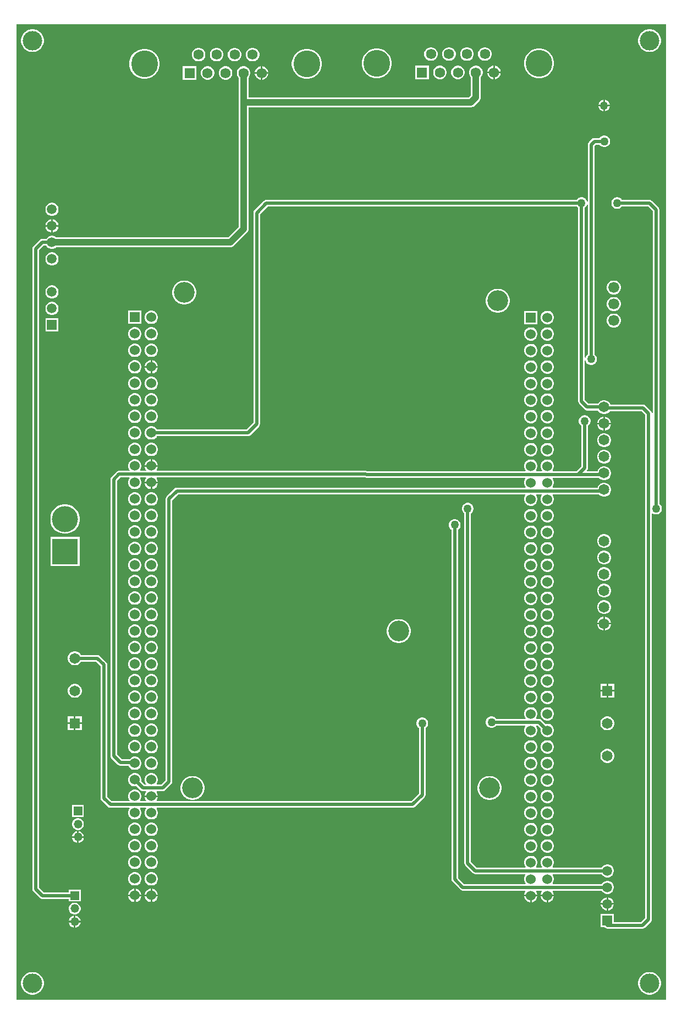
<source format=gbl>
G04*
G04 #@! TF.GenerationSoftware,Altium Limited,Altium Designer,22.8.2 (66)*
G04*
G04 Layer_Physical_Order=2*
G04 Layer_Color=16711680*
%FSLAX42Y42*%
%MOMM*%
G71*
G04*
G04 #@! TF.SameCoordinates,B6351484-2ED7-4914-87D0-F8C2F53150F7*
G04*
G04*
G04 #@! TF.FilePolarity,Positive*
G04*
G01*
G75*
%ADD42C,0.50*%
%ADD43C,1.00*%
%ADD44C,1.53*%
%ADD45C,3.20*%
%ADD46R,1.53X1.53*%
%ADD47C,1.65*%
%ADD48C,1.51*%
%ADD49R,1.51X1.51*%
%ADD50C,1.58*%
%ADD51R,1.65X1.65*%
%ADD52C,3.00*%
%ADD53R,1.58X1.58*%
%ADD54C,4.12*%
%ADD55R,1.32X1.32*%
%ADD56C,1.32*%
%ADD57C,1.68*%
%ADD58C,4.00*%
%ADD59R,4.00X4.00*%
%ADD60C,1.27*%
G36*
X10000D02*
X0D01*
Y15000D01*
X10000D01*
Y0D01*
D02*
G37*
%LPC*%
G36*
X9767Y14925D02*
X9733D01*
X9699Y14919D01*
X9667Y14905D01*
X9638Y14886D01*
X9614Y14862D01*
X9595Y14833D01*
X9581Y14801D01*
X9575Y14767D01*
Y14733D01*
X9581Y14699D01*
X9595Y14667D01*
X9614Y14638D01*
X9638Y14614D01*
X9667Y14595D01*
X9699Y14581D01*
X9733Y14575D01*
X9767D01*
X9801Y14581D01*
X9833Y14595D01*
X9862Y14614D01*
X9886Y14638D01*
X9905Y14667D01*
X9919Y14699D01*
X9925Y14733D01*
Y14767D01*
X9919Y14801D01*
X9905Y14833D01*
X9886Y14862D01*
X9862Y14886D01*
X9833Y14905D01*
X9801Y14919D01*
X9767Y14925D01*
D02*
G37*
G36*
X267D02*
X233D01*
X199Y14919D01*
X167Y14905D01*
X138Y14886D01*
X114Y14862D01*
X95Y14833D01*
X81Y14801D01*
X75Y14767D01*
Y14733D01*
X81Y14699D01*
X95Y14667D01*
X114Y14638D01*
X138Y14614D01*
X167Y14595D01*
X199Y14581D01*
X233Y14575D01*
X267D01*
X301Y14581D01*
X333Y14595D01*
X362Y14614D01*
X386Y14638D01*
X405Y14667D01*
X419Y14699D01*
X425Y14733D01*
Y14767D01*
X419Y14801D01*
X405Y14833D01*
X386Y14862D01*
X362Y14886D01*
X333Y14905D01*
X301Y14919D01*
X267Y14925D01*
D02*
G37*
G36*
X7229Y14646D02*
X7201D01*
X7175Y14639D01*
X7151Y14625D01*
X7132Y14606D01*
X7118Y14582D01*
X7111Y14556D01*
Y14528D01*
X7118Y14502D01*
X7132Y14478D01*
X7151Y14459D01*
X7175Y14445D01*
X7201Y14438D01*
X7229D01*
X7255Y14445D01*
X7279Y14459D01*
X7298Y14478D01*
X7312Y14502D01*
X7319Y14528D01*
Y14556D01*
X7312Y14582D01*
X7298Y14606D01*
X7279Y14625D01*
X7255Y14639D01*
X7229Y14646D01*
D02*
G37*
G36*
X6952D02*
X6924D01*
X6898Y14639D01*
X6874Y14625D01*
X6855Y14606D01*
X6841Y14582D01*
X6834Y14556D01*
Y14528D01*
X6841Y14502D01*
X6855Y14478D01*
X6874Y14459D01*
X6898Y14445D01*
X6924Y14438D01*
X6952D01*
X6978Y14445D01*
X7002Y14459D01*
X7021Y14478D01*
X7035Y14502D01*
X7042Y14528D01*
Y14556D01*
X7035Y14582D01*
X7021Y14606D01*
X7002Y14625D01*
X6978Y14639D01*
X6952Y14646D01*
D02*
G37*
G36*
X6675D02*
X6647D01*
X6621Y14639D01*
X6597Y14625D01*
X6578Y14606D01*
X6564Y14582D01*
X6557Y14556D01*
Y14528D01*
X6564Y14502D01*
X6578Y14478D01*
X6597Y14459D01*
X6621Y14445D01*
X6647Y14438D01*
X6675D01*
X6701Y14445D01*
X6725Y14459D01*
X6744Y14478D01*
X6758Y14502D01*
X6765Y14528D01*
Y14556D01*
X6758Y14582D01*
X6744Y14606D01*
X6725Y14625D01*
X6701Y14639D01*
X6675Y14646D01*
D02*
G37*
G36*
X6398D02*
X6370D01*
X6344Y14639D01*
X6320Y14625D01*
X6301Y14606D01*
X6287Y14582D01*
X6280Y14556D01*
Y14528D01*
X6287Y14502D01*
X6301Y14478D01*
X6320Y14459D01*
X6344Y14445D01*
X6370Y14438D01*
X6398D01*
X6424Y14445D01*
X6448Y14459D01*
X6467Y14478D01*
X6481Y14502D01*
X6488Y14528D01*
Y14556D01*
X6481Y14582D01*
X6467Y14606D01*
X6448Y14625D01*
X6424Y14639D01*
X6398Y14646D01*
D02*
G37*
G36*
X3652Y14638D02*
X3625D01*
X3598Y14631D01*
X3575Y14617D01*
X3555Y14598D01*
X3541Y14574D01*
X3534Y14548D01*
Y14520D01*
X3541Y14494D01*
X3555Y14470D01*
X3575Y14451D01*
X3598Y14437D01*
X3625Y14430D01*
X3652D01*
X3679Y14437D01*
X3702Y14451D01*
X3722Y14470D01*
X3736Y14494D01*
X3743Y14520D01*
Y14548D01*
X3736Y14574D01*
X3722Y14598D01*
X3702Y14617D01*
X3679Y14631D01*
X3652Y14638D01*
D02*
G37*
G36*
X3375D02*
X3348D01*
X3321Y14631D01*
X3298Y14617D01*
X3278Y14598D01*
X3264Y14574D01*
X3257Y14548D01*
Y14520D01*
X3264Y14494D01*
X3278Y14470D01*
X3298Y14451D01*
X3321Y14437D01*
X3348Y14430D01*
X3375D01*
X3402Y14437D01*
X3425Y14451D01*
X3445Y14470D01*
X3459Y14494D01*
X3466Y14520D01*
Y14548D01*
X3459Y14574D01*
X3445Y14598D01*
X3425Y14617D01*
X3402Y14631D01*
X3375Y14638D01*
D02*
G37*
G36*
X3098D02*
X3071D01*
X3044Y14631D01*
X3021Y14617D01*
X3001Y14598D01*
X2987Y14574D01*
X2980Y14548D01*
Y14520D01*
X2987Y14494D01*
X3001Y14470D01*
X3021Y14451D01*
X3044Y14437D01*
X3071Y14430D01*
X3098D01*
X3125Y14437D01*
X3148Y14451D01*
X3168Y14470D01*
X3182Y14494D01*
X3189Y14520D01*
Y14548D01*
X3182Y14574D01*
X3168Y14598D01*
X3148Y14617D01*
X3125Y14631D01*
X3098Y14638D01*
D02*
G37*
G36*
X2821D02*
X2794D01*
X2767Y14631D01*
X2744Y14617D01*
X2724Y14598D01*
X2710Y14574D01*
X2703Y14548D01*
Y14520D01*
X2710Y14494D01*
X2724Y14470D01*
X2744Y14451D01*
X2767Y14437D01*
X2794Y14430D01*
X2821D01*
X2848Y14437D01*
X2871Y14451D01*
X2891Y14470D01*
X2905Y14494D01*
X2912Y14520D01*
Y14548D01*
X2905Y14574D01*
X2891Y14598D01*
X2871Y14617D01*
X2848Y14631D01*
X2821Y14638D01*
D02*
G37*
G36*
X7367Y14362D02*
X7366D01*
Y14271D01*
X7458D01*
Y14272D01*
X7451Y14298D01*
X7437Y14322D01*
X7417Y14341D01*
X7394Y14355D01*
X7367Y14362D01*
D02*
G37*
G36*
X7341D02*
X7340D01*
X7313Y14355D01*
X7290Y14341D01*
X7270Y14322D01*
X7256Y14298D01*
X7249Y14272D01*
Y14271D01*
X7341D01*
Y14362D01*
D02*
G37*
G36*
X3791Y14354D02*
X3790D01*
Y14263D01*
X3881D01*
Y14264D01*
X3874Y14290D01*
X3860Y14314D01*
X3841Y14333D01*
X3817Y14347D01*
X3791Y14354D01*
D02*
G37*
G36*
X3764D02*
X3763D01*
X3737Y14347D01*
X3713Y14333D01*
X3694Y14314D01*
X3680Y14290D01*
X3673Y14264D01*
Y14263D01*
X3764D01*
Y14354D01*
D02*
G37*
G36*
X8072Y14631D02*
X8026D01*
X7982Y14622D01*
X7939Y14605D01*
X7902Y14580D01*
X7869Y14547D01*
X7844Y14510D01*
X7827Y14467D01*
X7818Y14423D01*
Y14377D01*
X7827Y14333D01*
X7844Y14290D01*
X7869Y14253D01*
X7902Y14220D01*
X7939Y14195D01*
X7982Y14178D01*
X8026Y14169D01*
X8072D01*
X8116Y14178D01*
X8159Y14195D01*
X8196Y14220D01*
X8229Y14253D01*
X8254Y14290D01*
X8271Y14333D01*
X8280Y14377D01*
Y14423D01*
X8271Y14467D01*
X8254Y14510D01*
X8229Y14547D01*
X8196Y14580D01*
X8159Y14605D01*
X8116Y14622D01*
X8072Y14631D01*
D02*
G37*
G36*
X5573D02*
X5527D01*
X5483Y14622D01*
X5440Y14605D01*
X5403Y14580D01*
X5370Y14547D01*
X5345Y14510D01*
X5328Y14467D01*
X5319Y14423D01*
Y14377D01*
X5328Y14333D01*
X5345Y14290D01*
X5370Y14253D01*
X5403Y14220D01*
X5440Y14195D01*
X5483Y14178D01*
X5527Y14169D01*
X5573D01*
X5617Y14178D01*
X5660Y14195D01*
X5697Y14220D01*
X5730Y14253D01*
X5755Y14290D01*
X5772Y14333D01*
X5781Y14377D01*
Y14423D01*
X5772Y14467D01*
X5755Y14510D01*
X5730Y14547D01*
X5697Y14580D01*
X5660Y14605D01*
X5617Y14622D01*
X5573Y14631D01*
D02*
G37*
G36*
X4495Y14623D02*
X4450D01*
X4405Y14614D01*
X4363Y14597D01*
X4325Y14572D01*
X4293Y14539D01*
X4268Y14502D01*
X4250Y14459D01*
X4241Y14415D01*
Y14369D01*
X4250Y14325D01*
X4268Y14282D01*
X4293Y14245D01*
X4325Y14212D01*
X4363Y14187D01*
X4405Y14170D01*
X4450Y14161D01*
X4495D01*
X4540Y14170D01*
X4582Y14187D01*
X4620Y14212D01*
X4652Y14245D01*
X4677Y14282D01*
X4695Y14325D01*
X4704Y14369D01*
Y14415D01*
X4695Y14459D01*
X4677Y14502D01*
X4652Y14539D01*
X4620Y14572D01*
X4582Y14597D01*
X4540Y14614D01*
X4495Y14623D01*
D02*
G37*
G36*
X1996D02*
X1951D01*
X1906Y14614D01*
X1864Y14597D01*
X1826Y14572D01*
X1794Y14539D01*
X1769Y14502D01*
X1751Y14459D01*
X1742Y14415D01*
Y14369D01*
X1751Y14325D01*
X1769Y14282D01*
X1794Y14245D01*
X1826Y14212D01*
X1864Y14187D01*
X1906Y14170D01*
X1951Y14161D01*
X1996D01*
X2041Y14170D01*
X2083Y14187D01*
X2121Y14212D01*
X2153Y14245D01*
X2178Y14282D01*
X2196Y14325D01*
X2205Y14369D01*
Y14415D01*
X2196Y14459D01*
X2178Y14502D01*
X2153Y14539D01*
X2121Y14572D01*
X2083Y14597D01*
X2041Y14614D01*
X1996Y14623D01*
D02*
G37*
G36*
X7458Y14245D02*
X7366D01*
Y14154D01*
X7367D01*
X7394Y14161D01*
X7417Y14175D01*
X7437Y14194D01*
X7451Y14218D01*
X7458Y14244D01*
Y14245D01*
D02*
G37*
G36*
X7341D02*
X7249D01*
Y14244D01*
X7256Y14218D01*
X7270Y14194D01*
X7290Y14175D01*
X7313Y14161D01*
X7340Y14154D01*
X7341D01*
Y14245D01*
D02*
G37*
G36*
X6813Y14362D02*
X6786D01*
X6759Y14355D01*
X6736Y14341D01*
X6716Y14322D01*
X6702Y14298D01*
X6695Y14272D01*
Y14244D01*
X6702Y14218D01*
X6716Y14194D01*
X6736Y14175D01*
X6759Y14161D01*
X6786Y14154D01*
X6813D01*
X6840Y14161D01*
X6863Y14175D01*
X6883Y14194D01*
X6897Y14218D01*
X6904Y14244D01*
Y14272D01*
X6897Y14298D01*
X6883Y14322D01*
X6863Y14341D01*
X6840Y14355D01*
X6813Y14362D01*
D02*
G37*
G36*
X6536D02*
X6509D01*
X6482Y14355D01*
X6459Y14341D01*
X6439Y14322D01*
X6425Y14298D01*
X6418Y14272D01*
Y14244D01*
X6425Y14218D01*
X6439Y14194D01*
X6459Y14175D01*
X6482Y14161D01*
X6509Y14154D01*
X6536D01*
X6563Y14161D01*
X6586Y14175D01*
X6606Y14194D01*
X6620Y14218D01*
X6627Y14244D01*
Y14272D01*
X6620Y14298D01*
X6606Y14322D01*
X6586Y14341D01*
X6563Y14355D01*
X6536Y14362D01*
D02*
G37*
G36*
X6350D02*
X6141D01*
Y14154D01*
X6350D01*
Y14362D01*
D02*
G37*
G36*
X3881Y14237D02*
X3790D01*
Y14146D01*
X3791D01*
X3817Y14153D01*
X3841Y14167D01*
X3860Y14186D01*
X3874Y14210D01*
X3881Y14236D01*
Y14237D01*
D02*
G37*
G36*
X3764D02*
X3673D01*
Y14236D01*
X3680Y14210D01*
X3694Y14186D01*
X3713Y14167D01*
X3737Y14153D01*
X3763Y14146D01*
X3764D01*
Y14237D01*
D02*
G37*
G36*
X3237Y14354D02*
X3209D01*
X3183Y14347D01*
X3159Y14333D01*
X3140Y14314D01*
X3126Y14290D01*
X3119Y14264D01*
Y14236D01*
X3126Y14210D01*
X3140Y14186D01*
X3159Y14167D01*
X3183Y14153D01*
X3209Y14146D01*
X3237D01*
X3263Y14153D01*
X3287Y14167D01*
X3306Y14186D01*
X3320Y14210D01*
X3327Y14236D01*
Y14264D01*
X3320Y14290D01*
X3306Y14314D01*
X3287Y14333D01*
X3263Y14347D01*
X3237Y14354D01*
D02*
G37*
G36*
X2960D02*
X2932D01*
X2906Y14347D01*
X2882Y14333D01*
X2863Y14314D01*
X2849Y14290D01*
X2842Y14264D01*
Y14236D01*
X2849Y14210D01*
X2863Y14186D01*
X2882Y14167D01*
X2906Y14153D01*
X2932Y14146D01*
X2960D01*
X2986Y14153D01*
X3010Y14167D01*
X3029Y14186D01*
X3043Y14210D01*
X3050Y14236D01*
Y14264D01*
X3043Y14290D01*
X3029Y14314D01*
X3010Y14333D01*
X2986Y14347D01*
X2960Y14354D01*
D02*
G37*
G36*
X2773D02*
X2565D01*
Y14146D01*
X2773D01*
Y14354D01*
D02*
G37*
G36*
X7090Y14362D02*
X7063D01*
X7036Y14355D01*
X7013Y14341D01*
X6993Y14322D01*
X6979Y14298D01*
X6972Y14272D01*
Y14244D01*
X6979Y14218D01*
X6993Y14194D01*
X7000Y14187D01*
Y13908D01*
X6968Y13876D01*
X3576D01*
Y14179D01*
X3583Y14186D01*
X3597Y14210D01*
X3604Y14236D01*
Y14264D01*
X3597Y14290D01*
X3583Y14314D01*
X3564Y14333D01*
X3540Y14347D01*
X3514Y14354D01*
X3486D01*
X3460Y14347D01*
X3436Y14333D01*
X3417Y14314D01*
X3403Y14290D01*
X3396Y14264D01*
Y14236D01*
X3403Y14210D01*
X3417Y14186D01*
X3424Y14179D01*
Y13800D01*
Y11882D01*
X3264Y11722D01*
X617D01*
X612Y11727D01*
X589Y11740D01*
X563Y11747D01*
X537D01*
X511Y11740D01*
X488Y11727D01*
X469Y11708D01*
X466Y11701D01*
X400D01*
X380Y11697D01*
X364Y11686D01*
X264Y11586D01*
X253Y11570D01*
X249Y11550D01*
Y1700D01*
X253Y1680D01*
X264Y1664D01*
X364Y1564D01*
X380Y1553D01*
X400Y1549D01*
X809D01*
Y1509D01*
X991D01*
Y1691D01*
X809D01*
Y1651D01*
X421D01*
X351Y1721D01*
Y11529D01*
X421Y11599D01*
X461D01*
X469Y11584D01*
X488Y11565D01*
X511Y11552D01*
X537Y11545D01*
X563D01*
X589Y11552D01*
X612Y11565D01*
X617Y11570D01*
X3296D01*
X3316Y11573D01*
X3334Y11580D01*
X3350Y11592D01*
X3554Y11796D01*
X3566Y11812D01*
X3573Y11830D01*
X3576Y11850D01*
Y13724D01*
X7000D01*
X7020Y13727D01*
X7038Y13734D01*
X7054Y13746D01*
X7130Y13823D01*
X7142Y13838D01*
X7150Y13857D01*
X7153Y13876D01*
Y14187D01*
X7160Y14194D01*
X7174Y14218D01*
X7181Y14244D01*
Y14272D01*
X7174Y14298D01*
X7160Y14322D01*
X7140Y14341D01*
X7117Y14355D01*
X7090Y14362D01*
D02*
G37*
G36*
X9063Y13839D02*
Y13763D01*
X9139D01*
X9133Y13784D01*
X9121Y13805D01*
X9105Y13821D01*
X9084Y13833D01*
X9063Y13839D01*
D02*
G37*
G36*
X9037D02*
X9016Y13833D01*
X8995Y13821D01*
X8979Y13805D01*
X8967Y13784D01*
X8961Y13763D01*
X9037D01*
Y13839D01*
D02*
G37*
G36*
X9139Y13737D02*
X9063D01*
Y13661D01*
X9084Y13667D01*
X9105Y13679D01*
X9121Y13695D01*
X9133Y13716D01*
X9139Y13737D01*
D02*
G37*
G36*
X9037D02*
X8961D01*
X8967Y13716D01*
X8979Y13695D01*
X8995Y13679D01*
X9016Y13667D01*
X9037Y13661D01*
Y13737D01*
D02*
G37*
G36*
X9065Y13289D02*
X9041D01*
X9019Y13283D01*
X8998Y13271D01*
X8982Y13255D01*
X8980Y13251D01*
X8900D01*
X8880Y13247D01*
X8864Y13236D01*
X8814Y13186D01*
X8803Y13170D01*
X8799Y13150D01*
Y12275D01*
X8786Y12273D01*
X8783Y12284D01*
X8771Y12305D01*
X8755Y12321D01*
X8734Y12333D01*
X8712Y12339D01*
X8688D01*
X8666Y12333D01*
X8645Y12321D01*
X8629Y12305D01*
X8627Y12301D01*
X3850D01*
X3830Y12297D01*
X3814Y12286D01*
X3664Y12136D01*
X3653Y12120D01*
X3649Y12100D01*
Y8871D01*
X3544Y8766D01*
X2167D01*
X2161Y8778D01*
X2142Y8797D01*
X2118Y8810D01*
X2092Y8817D01*
X2066D01*
X2040Y8810D01*
X2016Y8797D01*
X1997Y8778D01*
X1984Y8754D01*
X1977Y8728D01*
Y8702D01*
X1984Y8676D01*
X1997Y8652D01*
X2016Y8633D01*
X2040Y8620D01*
X2066Y8613D01*
X2092D01*
X2118Y8620D01*
X2142Y8633D01*
X2161Y8652D01*
X2167Y8664D01*
X3565D01*
X3585Y8668D01*
X3601Y8679D01*
X3736Y8814D01*
X3747Y8830D01*
X3751Y8850D01*
Y12079D01*
X3871Y12199D01*
X8627D01*
X8629Y12195D01*
X8645Y12179D01*
X8649Y12177D01*
Y9200D01*
X8653Y9180D01*
X8664Y9164D01*
X8752Y9076D01*
X8768Y9065D01*
X8788Y9061D01*
X8955D01*
X8964Y9046D01*
X8984Y9026D01*
X9008Y9011D01*
X9036Y9004D01*
X9064D01*
X9092Y9011D01*
X9116Y9026D01*
X9136Y9046D01*
X9138Y9049D01*
X9629D01*
X9685Y8993D01*
Y1257D01*
X9621Y1193D01*
X9201D01*
Y1320D01*
X8999D01*
Y1118D01*
X9055D01*
X9064Y1106D01*
X9080Y1095D01*
X9100Y1091D01*
X9642D01*
X9662Y1095D01*
X9678Y1106D01*
X9772Y1200D01*
X9784Y1216D01*
X9787Y1236D01*
Y7470D01*
X9800Y7476D01*
X9816Y7467D01*
X9838Y7461D01*
X9862D01*
X9884Y7467D01*
X9905Y7479D01*
X9921Y7495D01*
X9933Y7516D01*
X9939Y7538D01*
Y7562D01*
X9933Y7584D01*
X9921Y7605D01*
X9905Y7621D01*
X9901Y7623D01*
Y12150D01*
X9897Y12170D01*
X9886Y12186D01*
X9786Y12286D01*
X9770Y12297D01*
X9750Y12301D01*
X9323D01*
X9321Y12305D01*
X9305Y12321D01*
X9284Y12333D01*
X9262Y12339D01*
X9238D01*
X9216Y12333D01*
X9195Y12321D01*
X9179Y12305D01*
X9167Y12284D01*
X9161Y12262D01*
Y12238D01*
X9167Y12216D01*
X9179Y12195D01*
X9195Y12179D01*
X9216Y12167D01*
X9238Y12161D01*
X9262D01*
X9284Y12167D01*
X9305Y12179D01*
X9321Y12195D01*
X9323Y12199D01*
X9729D01*
X9799Y12129D01*
Y9023D01*
X9786Y9022D01*
X9784Y9034D01*
X9772Y9050D01*
X9686Y9136D01*
X9670Y9147D01*
X9650Y9151D01*
X9151D01*
X9151Y9154D01*
X9136Y9178D01*
X9116Y9198D01*
X9092Y9213D01*
X9064Y9220D01*
X9036D01*
X9008Y9213D01*
X8984Y9198D01*
X8964Y9178D01*
X8955Y9163D01*
X8809D01*
X8751Y9221D01*
Y9825D01*
X8764Y9827D01*
X8767Y9816D01*
X8779Y9795D01*
X8795Y9779D01*
X8816Y9767D01*
X8838Y9761D01*
X8862D01*
X8884Y9767D01*
X8905Y9779D01*
X8921Y9795D01*
X8933Y9816D01*
X8939Y9838D01*
Y9862D01*
X8933Y9884D01*
X8921Y9905D01*
X8905Y9921D01*
X8901Y9923D01*
Y13129D01*
X8921Y13149D01*
X8980D01*
X8982Y13145D01*
X8998Y13129D01*
X9019Y13117D01*
X9041Y13111D01*
X9065D01*
X9087Y13117D01*
X9108Y13129D01*
X9124Y13145D01*
X9136Y13166D01*
X9142Y13188D01*
Y13212D01*
X9136Y13234D01*
X9124Y13255D01*
X9108Y13271D01*
X9087Y13283D01*
X9065Y13289D01*
D02*
G37*
G36*
X563Y12255D02*
X537D01*
X511Y12248D01*
X488Y12235D01*
X469Y12216D01*
X456Y12193D01*
X449Y12167D01*
Y12141D01*
X456Y12115D01*
X469Y12092D01*
X488Y12073D01*
X511Y12060D01*
X537Y12053D01*
X563D01*
X589Y12060D01*
X612Y12073D01*
X631Y12092D01*
X644Y12115D01*
X651Y12141D01*
Y12167D01*
X644Y12193D01*
X631Y12216D01*
X612Y12235D01*
X589Y12248D01*
X563Y12255D01*
D02*
G37*
G36*
Y12001D02*
X563D01*
Y11913D01*
X651D01*
Y11913D01*
X644Y11939D01*
X631Y11962D01*
X612Y11981D01*
X589Y11994D01*
X563Y12001D01*
D02*
G37*
G36*
X537D02*
X537D01*
X511Y11994D01*
X488Y11981D01*
X469Y11962D01*
X456Y11939D01*
X449Y11913D01*
Y11913D01*
X537D01*
Y12001D01*
D02*
G37*
G36*
X651Y11887D02*
X563D01*
Y11799D01*
X563D01*
X589Y11806D01*
X612Y11819D01*
X631Y11838D01*
X644Y11861D01*
X651Y11887D01*
Y11887D01*
D02*
G37*
G36*
X537D02*
X449D01*
Y11887D01*
X456Y11861D01*
X469Y11838D01*
X488Y11819D01*
X511Y11806D01*
X537Y11799D01*
X537D01*
Y11887D01*
D02*
G37*
G36*
X563Y11493D02*
X537D01*
X511Y11486D01*
X488Y11473D01*
X469Y11454D01*
X456Y11431D01*
X449Y11405D01*
Y11379D01*
X456Y11353D01*
X469Y11330D01*
X488Y11311D01*
X511Y11298D01*
X537Y11291D01*
X563D01*
X589Y11298D01*
X612Y11311D01*
X631Y11330D01*
X644Y11353D01*
X651Y11379D01*
Y11405D01*
X644Y11431D01*
X631Y11454D01*
X612Y11473D01*
X589Y11486D01*
X563Y11493D01*
D02*
G37*
G36*
X9214Y11059D02*
X9186D01*
X9158Y11052D01*
X9133Y11037D01*
X9113Y11017D01*
X9098Y10992D01*
X9091Y10964D01*
Y10936D01*
X9098Y10908D01*
X9113Y10883D01*
X9133Y10863D01*
X9158Y10848D01*
X9186Y10841D01*
X9214D01*
X9242Y10848D01*
X9267Y10863D01*
X9287Y10883D01*
X9302Y10908D01*
X9309Y10936D01*
Y10964D01*
X9302Y10992D01*
X9287Y11017D01*
X9267Y11037D01*
X9242Y11052D01*
X9214Y11059D01*
D02*
G37*
G36*
X563Y10985D02*
X537D01*
X511Y10978D01*
X488Y10965D01*
X469Y10946D01*
X456Y10923D01*
X449Y10897D01*
Y10871D01*
X456Y10845D01*
X469Y10822D01*
X488Y10803D01*
X511Y10790D01*
X537Y10783D01*
X563D01*
X589Y10790D01*
X612Y10803D01*
X631Y10822D01*
X644Y10845D01*
X651Y10871D01*
Y10897D01*
X644Y10923D01*
X631Y10946D01*
X612Y10965D01*
X589Y10978D01*
X563Y10985D01*
D02*
G37*
G36*
X2605Y11059D02*
X2569D01*
X2533Y11052D01*
X2499Y11038D01*
X2469Y11018D01*
X2443Y10992D01*
X2423Y10962D01*
X2409Y10928D01*
X2402Y10892D01*
Y10856D01*
X2409Y10820D01*
X2423Y10786D01*
X2443Y10756D01*
X2469Y10730D01*
X2499Y10710D01*
X2533Y10696D01*
X2569Y10689D01*
X2605D01*
X2641Y10696D01*
X2675Y10710D01*
X2705Y10730D01*
X2731Y10756D01*
X2751Y10786D01*
X2765Y10820D01*
X2772Y10856D01*
Y10892D01*
X2765Y10928D01*
X2751Y10962D01*
X2731Y10992D01*
X2705Y11018D01*
X2675Y11038D01*
X2641Y11052D01*
X2605Y11059D01*
D02*
G37*
G36*
X9214Y10805D02*
X9186D01*
X9158Y10798D01*
X9133Y10783D01*
X9113Y10763D01*
X9098Y10738D01*
X9091Y10710D01*
Y10682D01*
X9098Y10654D01*
X9113Y10629D01*
X9133Y10609D01*
X9158Y10594D01*
X9186Y10587D01*
X9214D01*
X9242Y10594D01*
X9267Y10609D01*
X9287Y10629D01*
X9302Y10654D01*
X9309Y10682D01*
Y10710D01*
X9302Y10738D01*
X9287Y10763D01*
X9267Y10783D01*
X9242Y10798D01*
X9214Y10805D01*
D02*
G37*
G36*
X7431Y10932D02*
X7395D01*
X7359Y10925D01*
X7325Y10911D01*
X7295Y10891D01*
X7269Y10865D01*
X7249Y10835D01*
X7235Y10801D01*
X7228Y10765D01*
Y10729D01*
X7235Y10693D01*
X7249Y10659D01*
X7269Y10629D01*
X7295Y10603D01*
X7325Y10583D01*
X7359Y10569D01*
X7395Y10562D01*
X7431D01*
X7467Y10569D01*
X7501Y10583D01*
X7531Y10603D01*
X7557Y10629D01*
X7577Y10659D01*
X7591Y10693D01*
X7598Y10729D01*
Y10765D01*
X7591Y10801D01*
X7577Y10835D01*
X7557Y10865D01*
X7531Y10891D01*
X7501Y10911D01*
X7467Y10925D01*
X7431Y10932D01*
D02*
G37*
G36*
X563Y10731D02*
X537D01*
X511Y10724D01*
X488Y10711D01*
X469Y10692D01*
X456Y10669D01*
X449Y10643D01*
Y10617D01*
X456Y10591D01*
X469Y10568D01*
X488Y10549D01*
X511Y10536D01*
X537Y10529D01*
X563D01*
X589Y10536D01*
X612Y10549D01*
X631Y10568D01*
X644Y10591D01*
X651Y10617D01*
Y10643D01*
X644Y10669D01*
X631Y10692D01*
X612Y10711D01*
X589Y10724D01*
X563Y10731D01*
D02*
G37*
G36*
X2092Y10595D02*
X2066D01*
X2040Y10588D01*
X2016Y10575D01*
X1997Y10556D01*
X1984Y10532D01*
X1977Y10506D01*
Y10480D01*
X1984Y10454D01*
X1997Y10430D01*
X2016Y10411D01*
X2040Y10398D01*
X2066Y10391D01*
X2092D01*
X2118Y10398D01*
X2142Y10411D01*
X2161Y10430D01*
X2174Y10454D01*
X2181Y10480D01*
Y10506D01*
X2174Y10532D01*
X2161Y10556D01*
X2142Y10575D01*
X2118Y10588D01*
X2092Y10595D01*
D02*
G37*
G36*
X1927D02*
X1723D01*
Y10391D01*
X1927D01*
Y10595D01*
D02*
G37*
G36*
X8188Y10593D02*
X8162D01*
X8136Y10586D01*
X8112Y10573D01*
X8093Y10554D01*
X8080Y10530D01*
X8073Y10504D01*
Y10478D01*
X8080Y10452D01*
X8093Y10428D01*
X8112Y10409D01*
X8136Y10396D01*
X8162Y10389D01*
X8188D01*
X8214Y10396D01*
X8238Y10409D01*
X8257Y10428D01*
X8270Y10452D01*
X8277Y10478D01*
Y10504D01*
X8270Y10530D01*
X8257Y10554D01*
X8238Y10573D01*
X8214Y10586D01*
X8188Y10593D01*
D02*
G37*
G36*
X8023D02*
X7819D01*
Y10389D01*
X8023D01*
Y10593D01*
D02*
G37*
G36*
X9214Y10551D02*
X9186D01*
X9158Y10544D01*
X9133Y10529D01*
X9113Y10509D01*
X9098Y10484D01*
X9091Y10456D01*
Y10428D01*
X9098Y10400D01*
X9113Y10375D01*
X9133Y10355D01*
X9158Y10340D01*
X9186Y10333D01*
X9214D01*
X9242Y10340D01*
X9267Y10355D01*
X9287Y10375D01*
X9302Y10400D01*
X9309Y10428D01*
Y10456D01*
X9302Y10484D01*
X9287Y10509D01*
X9267Y10529D01*
X9242Y10544D01*
X9214Y10551D01*
D02*
G37*
G36*
X651Y10477D02*
X449D01*
Y10275D01*
X651D01*
Y10477D01*
D02*
G37*
G36*
X2092Y10341D02*
X2066D01*
X2040Y10334D01*
X2016Y10321D01*
X1997Y10302D01*
X1984Y10278D01*
X1977Y10252D01*
Y10226D01*
X1984Y10200D01*
X1997Y10176D01*
X2016Y10157D01*
X2040Y10144D01*
X2066Y10137D01*
X2092D01*
X2118Y10144D01*
X2142Y10157D01*
X2161Y10176D01*
X2174Y10200D01*
X2181Y10226D01*
Y10252D01*
X2174Y10278D01*
X2161Y10302D01*
X2142Y10321D01*
X2118Y10334D01*
X2092Y10341D01*
D02*
G37*
G36*
X1838D02*
X1812D01*
X1786Y10334D01*
X1762Y10321D01*
X1743Y10302D01*
X1730Y10278D01*
X1723Y10252D01*
Y10226D01*
X1730Y10200D01*
X1743Y10176D01*
X1762Y10157D01*
X1786Y10144D01*
X1812Y10137D01*
X1838D01*
X1864Y10144D01*
X1888Y10157D01*
X1907Y10176D01*
X1920Y10200D01*
X1927Y10226D01*
Y10252D01*
X1920Y10278D01*
X1907Y10302D01*
X1888Y10321D01*
X1864Y10334D01*
X1838Y10341D01*
D02*
G37*
G36*
X8188Y10339D02*
X8162D01*
X8136Y10332D01*
X8112Y10319D01*
X8093Y10300D01*
X8080Y10276D01*
X8073Y10250D01*
Y10224D01*
X8080Y10198D01*
X8093Y10174D01*
X8112Y10155D01*
X8136Y10142D01*
X8162Y10135D01*
X8188D01*
X8214Y10142D01*
X8238Y10155D01*
X8257Y10174D01*
X8270Y10198D01*
X8277Y10224D01*
Y10250D01*
X8270Y10276D01*
X8257Y10300D01*
X8238Y10319D01*
X8214Y10332D01*
X8188Y10339D01*
D02*
G37*
G36*
X7934D02*
X7908D01*
X7882Y10332D01*
X7858Y10319D01*
X7839Y10300D01*
X7826Y10276D01*
X7819Y10250D01*
Y10224D01*
X7826Y10198D01*
X7839Y10174D01*
X7858Y10155D01*
X7882Y10142D01*
X7908Y10135D01*
X7934D01*
X7960Y10142D01*
X7984Y10155D01*
X8003Y10174D01*
X8016Y10198D01*
X8023Y10224D01*
Y10250D01*
X8016Y10276D01*
X8003Y10300D01*
X7984Y10319D01*
X7960Y10332D01*
X7934Y10339D01*
D02*
G37*
G36*
X2092Y10087D02*
X2066D01*
X2040Y10080D01*
X2016Y10067D01*
X1997Y10048D01*
X1984Y10024D01*
X1977Y9998D01*
Y9972D01*
X1984Y9946D01*
X1997Y9922D01*
X2016Y9903D01*
X2040Y9890D01*
X2066Y9883D01*
X2092D01*
X2118Y9890D01*
X2142Y9903D01*
X2161Y9922D01*
X2174Y9946D01*
X2181Y9972D01*
Y9998D01*
X2174Y10024D01*
X2161Y10048D01*
X2142Y10067D01*
X2118Y10080D01*
X2092Y10087D01*
D02*
G37*
G36*
X1838D02*
X1812D01*
X1786Y10080D01*
X1762Y10067D01*
X1743Y10048D01*
X1730Y10024D01*
X1723Y9998D01*
Y9972D01*
X1730Y9946D01*
X1743Y9922D01*
X1762Y9903D01*
X1786Y9890D01*
X1812Y9883D01*
X1838D01*
X1864Y9890D01*
X1888Y9903D01*
X1907Y9922D01*
X1920Y9946D01*
X1927Y9972D01*
Y9998D01*
X1920Y10024D01*
X1907Y10048D01*
X1888Y10067D01*
X1864Y10080D01*
X1838Y10087D01*
D02*
G37*
G36*
X8188Y10085D02*
X8162D01*
X8136Y10078D01*
X8112Y10065D01*
X8093Y10046D01*
X8080Y10022D01*
X8073Y9996D01*
Y9970D01*
X8080Y9944D01*
X8093Y9920D01*
X8112Y9901D01*
X8136Y9888D01*
X8162Y9881D01*
X8188D01*
X8214Y9888D01*
X8238Y9901D01*
X8257Y9920D01*
X8270Y9944D01*
X8277Y9970D01*
Y9996D01*
X8270Y10022D01*
X8257Y10046D01*
X8238Y10065D01*
X8214Y10078D01*
X8188Y10085D01*
D02*
G37*
G36*
X7934D02*
X7908D01*
X7882Y10078D01*
X7858Y10065D01*
X7839Y10046D01*
X7826Y10022D01*
X7819Y9996D01*
Y9970D01*
X7826Y9944D01*
X7839Y9920D01*
X7858Y9901D01*
X7882Y9888D01*
X7908Y9881D01*
X7934D01*
X7960Y9888D01*
X7984Y9901D01*
X8003Y9920D01*
X8016Y9944D01*
X8023Y9970D01*
Y9996D01*
X8016Y10022D01*
X8003Y10046D01*
X7984Y10065D01*
X7960Y10078D01*
X7934Y10085D01*
D02*
G37*
G36*
X2092Y9833D02*
X2092D01*
Y9744D01*
X2181D01*
Y9744D01*
X2174Y9770D01*
X2161Y9794D01*
X2142Y9813D01*
X2118Y9826D01*
X2092Y9833D01*
D02*
G37*
G36*
X2066D02*
X2066D01*
X2040Y9826D01*
X2016Y9813D01*
X1997Y9794D01*
X1984Y9770D01*
X1977Y9744D01*
Y9744D01*
X2066D01*
Y9833D01*
D02*
G37*
G36*
X2181Y9718D02*
X2092D01*
Y9629D01*
X2092D01*
X2118Y9636D01*
X2142Y9649D01*
X2161Y9668D01*
X2174Y9692D01*
X2181Y9718D01*
Y9718D01*
D02*
G37*
G36*
X2066D02*
X1977D01*
Y9718D01*
X1984Y9692D01*
X1997Y9668D01*
X2016Y9649D01*
X2040Y9636D01*
X2066Y9629D01*
X2066D01*
Y9718D01*
D02*
G37*
G36*
X1838Y9833D02*
X1812D01*
X1786Y9826D01*
X1762Y9813D01*
X1743Y9794D01*
X1730Y9770D01*
X1723Y9744D01*
Y9718D01*
X1730Y9692D01*
X1743Y9668D01*
X1762Y9649D01*
X1786Y9636D01*
X1812Y9629D01*
X1838D01*
X1864Y9636D01*
X1888Y9649D01*
X1907Y9668D01*
X1920Y9692D01*
X1927Y9718D01*
Y9744D01*
X1920Y9770D01*
X1907Y9794D01*
X1888Y9813D01*
X1864Y9826D01*
X1838Y9833D01*
D02*
G37*
G36*
X8188Y9831D02*
X8162D01*
X8136Y9824D01*
X8112Y9811D01*
X8093Y9792D01*
X8080Y9768D01*
X8073Y9742D01*
Y9716D01*
X8080Y9690D01*
X8093Y9666D01*
X8112Y9647D01*
X8136Y9634D01*
X8162Y9627D01*
X8188D01*
X8214Y9634D01*
X8238Y9647D01*
X8257Y9666D01*
X8270Y9690D01*
X8277Y9716D01*
Y9742D01*
X8270Y9768D01*
X8257Y9792D01*
X8238Y9811D01*
X8214Y9824D01*
X8188Y9831D01*
D02*
G37*
G36*
X7934D02*
X7908D01*
X7882Y9824D01*
X7858Y9811D01*
X7839Y9792D01*
X7826Y9768D01*
X7819Y9742D01*
Y9716D01*
X7826Y9690D01*
X7839Y9666D01*
X7858Y9647D01*
X7882Y9634D01*
X7908Y9627D01*
X7934D01*
X7960Y9634D01*
X7984Y9647D01*
X8003Y9666D01*
X8016Y9690D01*
X8023Y9716D01*
Y9742D01*
X8016Y9768D01*
X8003Y9792D01*
X7984Y9811D01*
X7960Y9824D01*
X7934Y9831D01*
D02*
G37*
G36*
X2092Y9579D02*
X2066D01*
X2040Y9572D01*
X2016Y9559D01*
X1997Y9540D01*
X1984Y9516D01*
X1977Y9490D01*
Y9464D01*
X1984Y9438D01*
X1997Y9414D01*
X2016Y9395D01*
X2040Y9382D01*
X2066Y9375D01*
X2092D01*
X2118Y9382D01*
X2142Y9395D01*
X2161Y9414D01*
X2174Y9438D01*
X2181Y9464D01*
Y9490D01*
X2174Y9516D01*
X2161Y9540D01*
X2142Y9559D01*
X2118Y9572D01*
X2092Y9579D01*
D02*
G37*
G36*
X1838D02*
X1812D01*
X1786Y9572D01*
X1762Y9559D01*
X1743Y9540D01*
X1730Y9516D01*
X1723Y9490D01*
Y9464D01*
X1730Y9438D01*
X1743Y9414D01*
X1762Y9395D01*
X1786Y9382D01*
X1812Y9375D01*
X1838D01*
X1864Y9382D01*
X1888Y9395D01*
X1907Y9414D01*
X1920Y9438D01*
X1927Y9464D01*
Y9490D01*
X1920Y9516D01*
X1907Y9540D01*
X1888Y9559D01*
X1864Y9572D01*
X1838Y9579D01*
D02*
G37*
G36*
X8188Y9577D02*
X8162D01*
X8136Y9570D01*
X8112Y9557D01*
X8093Y9538D01*
X8080Y9514D01*
X8073Y9488D01*
Y9462D01*
X8080Y9436D01*
X8093Y9412D01*
X8112Y9393D01*
X8136Y9380D01*
X8162Y9373D01*
X8188D01*
X8214Y9380D01*
X8238Y9393D01*
X8257Y9412D01*
X8270Y9436D01*
X8277Y9462D01*
Y9488D01*
X8270Y9514D01*
X8257Y9538D01*
X8238Y9557D01*
X8214Y9570D01*
X8188Y9577D01*
D02*
G37*
G36*
X7934D02*
X7908D01*
X7882Y9570D01*
X7858Y9557D01*
X7839Y9538D01*
X7826Y9514D01*
X7819Y9488D01*
Y9462D01*
X7826Y9436D01*
X7839Y9412D01*
X7858Y9393D01*
X7882Y9380D01*
X7908Y9373D01*
X7934D01*
X7960Y9380D01*
X7984Y9393D01*
X8003Y9412D01*
X8016Y9436D01*
X8023Y9462D01*
Y9488D01*
X8016Y9514D01*
X8003Y9538D01*
X7984Y9557D01*
X7960Y9570D01*
X7934Y9577D01*
D02*
G37*
G36*
X2092Y9325D02*
X2066D01*
X2040Y9318D01*
X2016Y9305D01*
X1997Y9286D01*
X1984Y9262D01*
X1977Y9236D01*
Y9210D01*
X1984Y9184D01*
X1997Y9160D01*
X2016Y9141D01*
X2040Y9128D01*
X2066Y9121D01*
X2092D01*
X2118Y9128D01*
X2142Y9141D01*
X2161Y9160D01*
X2174Y9184D01*
X2181Y9210D01*
Y9236D01*
X2174Y9262D01*
X2161Y9286D01*
X2142Y9305D01*
X2118Y9318D01*
X2092Y9325D01*
D02*
G37*
G36*
X1838D02*
X1812D01*
X1786Y9318D01*
X1762Y9305D01*
X1743Y9286D01*
X1730Y9262D01*
X1723Y9236D01*
Y9210D01*
X1730Y9184D01*
X1743Y9160D01*
X1762Y9141D01*
X1786Y9128D01*
X1812Y9121D01*
X1838D01*
X1864Y9128D01*
X1888Y9141D01*
X1907Y9160D01*
X1920Y9184D01*
X1927Y9210D01*
Y9236D01*
X1920Y9262D01*
X1907Y9286D01*
X1888Y9305D01*
X1864Y9318D01*
X1838Y9325D01*
D02*
G37*
G36*
X8188Y9323D02*
X8162D01*
X8136Y9316D01*
X8112Y9303D01*
X8093Y9284D01*
X8080Y9260D01*
X8073Y9234D01*
Y9208D01*
X8080Y9182D01*
X8093Y9158D01*
X8112Y9139D01*
X8136Y9126D01*
X8162Y9119D01*
X8188D01*
X8214Y9126D01*
X8238Y9139D01*
X8257Y9158D01*
X8270Y9182D01*
X8277Y9208D01*
Y9234D01*
X8270Y9260D01*
X8257Y9284D01*
X8238Y9303D01*
X8214Y9316D01*
X8188Y9323D01*
D02*
G37*
G36*
X7934D02*
X7908D01*
X7882Y9316D01*
X7858Y9303D01*
X7839Y9284D01*
X7826Y9260D01*
X7819Y9234D01*
Y9208D01*
X7826Y9182D01*
X7839Y9158D01*
X7858Y9139D01*
X7882Y9126D01*
X7908Y9119D01*
X7934D01*
X7960Y9126D01*
X7984Y9139D01*
X8003Y9158D01*
X8016Y9182D01*
X8023Y9208D01*
Y9234D01*
X8016Y9260D01*
X8003Y9284D01*
X7984Y9303D01*
X7960Y9316D01*
X7934Y9323D01*
D02*
G37*
G36*
X9064Y8966D02*
X9063D01*
Y8871D01*
X9158D01*
Y8872D01*
X9151Y8900D01*
X9136Y8924D01*
X9116Y8944D01*
X9092Y8959D01*
X9064Y8966D01*
D02*
G37*
G36*
X9037D02*
X9036D01*
X9008Y8959D01*
X8984Y8944D01*
X8964Y8924D01*
X8949Y8900D01*
X8942Y8872D01*
Y8871D01*
X9037D01*
Y8966D01*
D02*
G37*
G36*
X2092Y9071D02*
X2066D01*
X2040Y9064D01*
X2016Y9051D01*
X1997Y9032D01*
X1984Y9008D01*
X1977Y8982D01*
Y8956D01*
X1984Y8930D01*
X1997Y8906D01*
X2016Y8887D01*
X2040Y8874D01*
X2066Y8867D01*
X2092D01*
X2118Y8874D01*
X2142Y8887D01*
X2161Y8906D01*
X2174Y8930D01*
X2181Y8956D01*
Y8982D01*
X2174Y9008D01*
X2161Y9032D01*
X2142Y9051D01*
X2118Y9064D01*
X2092Y9071D01*
D02*
G37*
G36*
X1838D02*
X1812D01*
X1786Y9064D01*
X1762Y9051D01*
X1743Y9032D01*
X1730Y9008D01*
X1723Y8982D01*
Y8956D01*
X1730Y8930D01*
X1743Y8906D01*
X1762Y8887D01*
X1786Y8874D01*
X1812Y8867D01*
X1838D01*
X1864Y8874D01*
X1888Y8887D01*
X1907Y8906D01*
X1920Y8930D01*
X1927Y8956D01*
Y8982D01*
X1920Y9008D01*
X1907Y9032D01*
X1888Y9051D01*
X1864Y9064D01*
X1838Y9071D01*
D02*
G37*
G36*
X8188Y9069D02*
X8162D01*
X8136Y9062D01*
X8112Y9049D01*
X8093Y9030D01*
X8080Y9006D01*
X8073Y8980D01*
Y8954D01*
X8080Y8928D01*
X8093Y8904D01*
X8112Y8885D01*
X8136Y8872D01*
X8162Y8865D01*
X8188D01*
X8214Y8872D01*
X8238Y8885D01*
X8257Y8904D01*
X8270Y8928D01*
X8277Y8954D01*
Y8980D01*
X8270Y9006D01*
X8257Y9030D01*
X8238Y9049D01*
X8214Y9062D01*
X8188Y9069D01*
D02*
G37*
G36*
X7934D02*
X7908D01*
X7882Y9062D01*
X7858Y9049D01*
X7839Y9030D01*
X7826Y9006D01*
X7819Y8980D01*
Y8954D01*
X7826Y8928D01*
X7839Y8904D01*
X7858Y8885D01*
X7882Y8872D01*
X7908Y8865D01*
X7934D01*
X7960Y8872D01*
X7984Y8885D01*
X8003Y8904D01*
X8016Y8928D01*
X8023Y8954D01*
Y8980D01*
X8016Y9006D01*
X8003Y9030D01*
X7984Y9049D01*
X7960Y9062D01*
X7934Y9069D01*
D02*
G37*
G36*
X9158Y8845D02*
X9063D01*
Y8750D01*
X9064D01*
X9092Y8757D01*
X9116Y8772D01*
X9136Y8792D01*
X9151Y8816D01*
X9158Y8844D01*
Y8845D01*
D02*
G37*
G36*
X9037D02*
X8942D01*
Y8844D01*
X8949Y8816D01*
X8964Y8792D01*
X8984Y8772D01*
X9008Y8757D01*
X9036Y8750D01*
X9037D01*
Y8845D01*
D02*
G37*
G36*
X1838Y8817D02*
X1812D01*
X1786Y8810D01*
X1762Y8797D01*
X1743Y8778D01*
X1730Y8754D01*
X1723Y8728D01*
Y8702D01*
X1730Y8676D01*
X1743Y8652D01*
X1762Y8633D01*
X1786Y8620D01*
X1812Y8613D01*
X1838D01*
X1864Y8620D01*
X1888Y8633D01*
X1907Y8652D01*
X1920Y8676D01*
X1927Y8702D01*
Y8728D01*
X1920Y8754D01*
X1907Y8778D01*
X1888Y8797D01*
X1864Y8810D01*
X1838Y8817D01*
D02*
G37*
G36*
X8188Y8815D02*
X8162D01*
X8136Y8808D01*
X8112Y8795D01*
X8093Y8776D01*
X8080Y8752D01*
X8073Y8726D01*
Y8700D01*
X8080Y8674D01*
X8093Y8650D01*
X8112Y8631D01*
X8136Y8618D01*
X8162Y8611D01*
X8188D01*
X8214Y8618D01*
X8238Y8631D01*
X8257Y8650D01*
X8270Y8674D01*
X8277Y8700D01*
Y8726D01*
X8270Y8752D01*
X8257Y8776D01*
X8238Y8795D01*
X8214Y8808D01*
X8188Y8815D01*
D02*
G37*
G36*
X7934D02*
X7908D01*
X7882Y8808D01*
X7858Y8795D01*
X7839Y8776D01*
X7826Y8752D01*
X7819Y8726D01*
Y8700D01*
X7826Y8674D01*
X7839Y8650D01*
X7858Y8631D01*
X7882Y8618D01*
X7908Y8611D01*
X7934D01*
X7960Y8618D01*
X7984Y8631D01*
X8003Y8650D01*
X8016Y8674D01*
X8023Y8700D01*
Y8726D01*
X8016Y8752D01*
X8003Y8776D01*
X7984Y8795D01*
X7960Y8808D01*
X7934Y8815D01*
D02*
G37*
G36*
X9064Y8712D02*
X9036D01*
X9008Y8705D01*
X8984Y8690D01*
X8964Y8670D01*
X8949Y8646D01*
X8942Y8618D01*
Y8590D01*
X8949Y8562D01*
X8964Y8538D01*
X8984Y8518D01*
X9008Y8503D01*
X9036Y8496D01*
X9064D01*
X9092Y8503D01*
X9116Y8518D01*
X9136Y8538D01*
X9151Y8562D01*
X9158Y8590D01*
Y8618D01*
X9151Y8646D01*
X9136Y8670D01*
X9116Y8690D01*
X9092Y8705D01*
X9064Y8712D01*
D02*
G37*
G36*
X2092Y8563D02*
X2066D01*
X2040Y8556D01*
X2016Y8543D01*
X1997Y8524D01*
X1984Y8500D01*
X1977Y8474D01*
Y8448D01*
X1984Y8422D01*
X1997Y8398D01*
X2016Y8379D01*
X2040Y8366D01*
X2066Y8359D01*
X2092D01*
X2118Y8366D01*
X2142Y8379D01*
X2161Y8398D01*
X2174Y8422D01*
X2181Y8448D01*
Y8474D01*
X2174Y8500D01*
X2161Y8524D01*
X2142Y8543D01*
X2118Y8556D01*
X2092Y8563D01*
D02*
G37*
G36*
X1838D02*
X1812D01*
X1786Y8556D01*
X1762Y8543D01*
X1743Y8524D01*
X1730Y8500D01*
X1723Y8474D01*
Y8448D01*
X1730Y8422D01*
X1743Y8398D01*
X1762Y8379D01*
X1786Y8366D01*
X1812Y8359D01*
X1838D01*
X1864Y8366D01*
X1888Y8379D01*
X1907Y8398D01*
X1920Y8422D01*
X1927Y8448D01*
Y8474D01*
X1920Y8500D01*
X1907Y8524D01*
X1888Y8543D01*
X1864Y8556D01*
X1838Y8563D01*
D02*
G37*
G36*
X8188Y8561D02*
X8162D01*
X8136Y8554D01*
X8112Y8541D01*
X8093Y8522D01*
X8080Y8498D01*
X8073Y8472D01*
Y8446D01*
X8080Y8420D01*
X8093Y8396D01*
X8112Y8377D01*
X8136Y8364D01*
X8162Y8357D01*
X8188D01*
X8214Y8364D01*
X8238Y8377D01*
X8257Y8396D01*
X8270Y8420D01*
X8277Y8446D01*
Y8472D01*
X8270Y8498D01*
X8257Y8522D01*
X8238Y8541D01*
X8214Y8554D01*
X8188Y8561D01*
D02*
G37*
G36*
X7934D02*
X7908D01*
X7882Y8554D01*
X7858Y8541D01*
X7839Y8522D01*
X7826Y8498D01*
X7819Y8472D01*
Y8446D01*
X7826Y8420D01*
X7839Y8396D01*
X7858Y8377D01*
X7882Y8364D01*
X7908Y8357D01*
X7934D01*
X7960Y8364D01*
X7984Y8377D01*
X8003Y8396D01*
X8016Y8420D01*
X8023Y8446D01*
Y8472D01*
X8016Y8498D01*
X8003Y8522D01*
X7984Y8541D01*
X7960Y8554D01*
X7934Y8561D01*
D02*
G37*
G36*
X9064Y8458D02*
X9036D01*
X9008Y8451D01*
X8984Y8436D01*
X8964Y8416D01*
X8949Y8392D01*
X8942Y8364D01*
Y8336D01*
X8949Y8308D01*
X8964Y8284D01*
X8984Y8264D01*
X9008Y8249D01*
X9036Y8242D01*
X9064D01*
X9092Y8249D01*
X9116Y8264D01*
X9136Y8284D01*
X9151Y8308D01*
X9158Y8336D01*
Y8364D01*
X9151Y8392D01*
X9136Y8416D01*
X9116Y8436D01*
X9092Y8451D01*
X9064Y8458D01*
D02*
G37*
G36*
X2092Y8309D02*
X2092D01*
Y8220D01*
X2181D01*
Y8220D01*
X2174Y8246D01*
X2161Y8270D01*
X2142Y8289D01*
X2118Y8302D01*
X2092Y8309D01*
D02*
G37*
G36*
X2066D02*
X2066D01*
X2040Y8302D01*
X2016Y8289D01*
X1997Y8270D01*
X1984Y8246D01*
X1977Y8220D01*
Y8220D01*
X2066D01*
Y8309D01*
D02*
G37*
G36*
X8762Y8989D02*
X8738D01*
X8716Y8983D01*
X8695Y8971D01*
X8679Y8955D01*
X8667Y8934D01*
X8661Y8912D01*
Y8888D01*
X8667Y8866D01*
X8679Y8845D01*
X8695Y8829D01*
X8699Y8827D01*
Y8199D01*
X8629Y8129D01*
X8260D01*
X8255Y8141D01*
X8257Y8142D01*
X8270Y8166D01*
X8277Y8192D01*
Y8218D01*
X8270Y8244D01*
X8257Y8268D01*
X8238Y8287D01*
X8214Y8300D01*
X8188Y8307D01*
X8162D01*
X8136Y8300D01*
X8112Y8287D01*
X8093Y8268D01*
X8080Y8244D01*
X8073Y8218D01*
Y8192D01*
X8080Y8166D01*
X8093Y8142D01*
X8095Y8141D01*
X8090Y8129D01*
X8006D01*
X8001Y8141D01*
X8003Y8142D01*
X8016Y8166D01*
X8023Y8192D01*
Y8218D01*
X8016Y8244D01*
X8003Y8268D01*
X7984Y8287D01*
X7960Y8300D01*
X7934Y8307D01*
X7908D01*
X7882Y8300D01*
X7858Y8287D01*
X7839Y8268D01*
X7826Y8244D01*
X7819Y8218D01*
Y8192D01*
X7826Y8166D01*
X7839Y8142D01*
X7841Y8141D01*
X7836Y8129D01*
X5393D01*
X5384Y8131D01*
X2164D01*
X2159Y8143D01*
X2161Y8144D01*
X2174Y8168D01*
X2181Y8194D01*
Y8194D01*
X1977D01*
Y8194D01*
X1984Y8168D01*
X1997Y8144D01*
X1999Y8143D01*
X1994Y8131D01*
X1910D01*
X1905Y8143D01*
X1907Y8144D01*
X1920Y8168D01*
X1927Y8194D01*
Y8220D01*
X1920Y8246D01*
X1907Y8270D01*
X1888Y8289D01*
X1864Y8302D01*
X1838Y8309D01*
X1812D01*
X1786Y8302D01*
X1762Y8289D01*
X1743Y8270D01*
X1730Y8246D01*
X1723Y8220D01*
Y8194D01*
X1730Y8168D01*
X1743Y8144D01*
X1745Y8143D01*
X1740Y8131D01*
X1580D01*
X1560Y8127D01*
X1544Y8116D01*
X1464Y8036D01*
X1453Y8020D01*
X1449Y8000D01*
Y3750D01*
X1453Y3730D01*
X1464Y3714D01*
X1564Y3614D01*
X1580Y3603D01*
X1600Y3599D01*
X1729D01*
X1730Y3596D01*
X1743Y3572D01*
X1762Y3553D01*
X1786Y3540D01*
X1812Y3533D01*
X1838D01*
X1864Y3540D01*
X1888Y3553D01*
X1907Y3572D01*
X1920Y3596D01*
X1927Y3622D01*
Y3648D01*
X1920Y3674D01*
X1907Y3698D01*
X1888Y3717D01*
X1864Y3730D01*
X1838Y3737D01*
X1812D01*
X1786Y3730D01*
X1762Y3717D01*
X1747Y3701D01*
X1621D01*
X1551Y3771D01*
Y7979D01*
X1601Y8029D01*
X1740D01*
X1745Y8017D01*
X1743Y8016D01*
X1730Y7992D01*
X1723Y7966D01*
Y7940D01*
X1730Y7914D01*
X1743Y7890D01*
X1762Y7871D01*
X1786Y7858D01*
X1812Y7851D01*
X1838D01*
X1864Y7858D01*
X1888Y7871D01*
X1907Y7890D01*
X1920Y7914D01*
X1927Y7940D01*
Y7966D01*
X1920Y7992D01*
X1907Y8016D01*
X1905Y8017D01*
X1910Y8029D01*
X1994D01*
X1999Y8017D01*
X1997Y8016D01*
X1984Y7992D01*
X1977Y7966D01*
Y7966D01*
X2181D01*
Y7966D01*
X2174Y7992D01*
X2161Y8016D01*
X2159Y8017D01*
X2164Y8029D01*
X5377D01*
X5386Y8027D01*
X7836D01*
X7841Y8015D01*
X7839Y8014D01*
X7826Y7990D01*
X7819Y7964D01*
Y7938D01*
X7826Y7912D01*
X7839Y7888D01*
X7841Y7887D01*
X7836Y7875D01*
X2474D01*
X2454Y7872D01*
X2438Y7860D01*
X2314Y7736D01*
X2303Y7720D01*
X2299Y7700D01*
Y3371D01*
X2233Y3305D01*
X2164D01*
X2159Y3317D01*
X2161Y3318D01*
X2174Y3342D01*
X2181Y3368D01*
Y3394D01*
X2174Y3420D01*
X2161Y3444D01*
X2142Y3463D01*
X2118Y3476D01*
X2092Y3483D01*
X2066D01*
X2040Y3476D01*
X2016Y3463D01*
X1997Y3444D01*
X1984Y3420D01*
X1977Y3394D01*
Y3368D01*
X1984Y3342D01*
X1997Y3318D01*
X1999Y3317D01*
X1994Y3305D01*
X1973D01*
X1924Y3355D01*
X1927Y3368D01*
Y3394D01*
X1920Y3420D01*
X1907Y3444D01*
X1888Y3463D01*
X1864Y3476D01*
X1838Y3483D01*
X1812D01*
X1786Y3476D01*
X1762Y3463D01*
X1743Y3444D01*
X1730Y3420D01*
X1723Y3394D01*
Y3368D01*
X1730Y3342D01*
X1743Y3318D01*
X1762Y3299D01*
X1786Y3286D01*
X1812Y3279D01*
X1838D01*
X1851Y3282D01*
X1916Y3218D01*
X1932Y3207D01*
X1952Y3203D01*
X1994D01*
X1999Y3191D01*
X1997Y3190D01*
X1984Y3166D01*
X1977Y3140D01*
Y3140D01*
X2181D01*
Y3140D01*
X2174Y3166D01*
X2161Y3190D01*
X2159Y3191D01*
X2164Y3203D01*
X2254D01*
X2274Y3207D01*
X2290Y3218D01*
X2386Y3314D01*
X2397Y3330D01*
X2401Y3350D01*
Y7679D01*
X2495Y7773D01*
X7836D01*
X7841Y7761D01*
X7839Y7760D01*
X7826Y7736D01*
X7819Y7710D01*
Y7684D01*
X7826Y7658D01*
X7839Y7634D01*
X7858Y7615D01*
X7882Y7602D01*
X7908Y7595D01*
X7934D01*
X7960Y7602D01*
X7984Y7615D01*
X8003Y7634D01*
X8016Y7658D01*
X8023Y7684D01*
Y7710D01*
X8016Y7736D01*
X8003Y7760D01*
X8001Y7761D01*
X8006Y7773D01*
X8090D01*
X8095Y7761D01*
X8093Y7760D01*
X8080Y7736D01*
X8073Y7710D01*
Y7684D01*
X8080Y7658D01*
X8093Y7634D01*
X8112Y7615D01*
X8136Y7602D01*
X8162Y7595D01*
X8188D01*
X8214Y7602D01*
X8238Y7615D01*
X8257Y7634D01*
X8270Y7658D01*
X8277Y7684D01*
Y7710D01*
X8270Y7736D01*
X8257Y7760D01*
X8255Y7761D01*
X8260Y7773D01*
X8967D01*
X8984Y7756D01*
X9008Y7741D01*
X9036Y7734D01*
X9064D01*
X9092Y7741D01*
X9116Y7756D01*
X9136Y7776D01*
X9151Y7800D01*
X9158Y7828D01*
Y7856D01*
X9151Y7884D01*
X9136Y7908D01*
X9116Y7928D01*
X9092Y7943D01*
X9064Y7950D01*
X9036D01*
X9008Y7943D01*
X8984Y7928D01*
X8964Y7908D01*
X8949Y7884D01*
X8947Y7875D01*
X8260D01*
X8255Y7887D01*
X8257Y7888D01*
X8270Y7912D01*
X8277Y7938D01*
Y7964D01*
X8270Y7990D01*
X8257Y8014D01*
X8255Y8015D01*
X8260Y8027D01*
X8967D01*
X8984Y8010D01*
X9008Y7995D01*
X9036Y7988D01*
X9064D01*
X9092Y7995D01*
X9116Y8010D01*
X9136Y8030D01*
X9151Y8054D01*
X9158Y8082D01*
Y8110D01*
X9151Y8138D01*
X9136Y8162D01*
X9116Y8182D01*
X9092Y8197D01*
X9064Y8204D01*
X9036D01*
X9008Y8197D01*
X8984Y8182D01*
X8964Y8162D01*
X8949Y8138D01*
X8947Y8129D01*
X8791D01*
X8788Y8137D01*
X8787Y8142D01*
X8797Y8158D01*
X8801Y8178D01*
Y8827D01*
X8805Y8829D01*
X8821Y8845D01*
X8833Y8866D01*
X8839Y8888D01*
Y8912D01*
X8833Y8934D01*
X8821Y8955D01*
X8805Y8971D01*
X8784Y8983D01*
X8762Y8989D01*
D02*
G37*
G36*
X2181Y7940D02*
X2092D01*
Y7851D01*
X2092D01*
X2118Y7858D01*
X2142Y7871D01*
X2161Y7890D01*
X2174Y7914D01*
X2181Y7940D01*
Y7940D01*
D02*
G37*
G36*
X2066D02*
X1977D01*
Y7940D01*
X1984Y7914D01*
X1997Y7890D01*
X2016Y7871D01*
X2040Y7858D01*
X2066Y7851D01*
X2066D01*
Y7940D01*
D02*
G37*
G36*
X2092Y7801D02*
X2066D01*
X2040Y7794D01*
X2016Y7781D01*
X1997Y7762D01*
X1984Y7738D01*
X1977Y7712D01*
Y7686D01*
X1984Y7660D01*
X1997Y7636D01*
X2016Y7617D01*
X2040Y7604D01*
X2066Y7597D01*
X2092D01*
X2118Y7604D01*
X2142Y7617D01*
X2161Y7636D01*
X2174Y7660D01*
X2181Y7686D01*
Y7712D01*
X2174Y7738D01*
X2161Y7762D01*
X2142Y7781D01*
X2118Y7794D01*
X2092Y7801D01*
D02*
G37*
G36*
X1838D02*
X1812D01*
X1786Y7794D01*
X1762Y7781D01*
X1743Y7762D01*
X1730Y7738D01*
X1723Y7712D01*
Y7686D01*
X1730Y7660D01*
X1743Y7636D01*
X1762Y7617D01*
X1786Y7604D01*
X1812Y7597D01*
X1838D01*
X1864Y7604D01*
X1888Y7617D01*
X1907Y7636D01*
X1920Y7660D01*
X1927Y7686D01*
Y7712D01*
X1920Y7738D01*
X1907Y7762D01*
X1888Y7781D01*
X1864Y7794D01*
X1838Y7801D01*
D02*
G37*
G36*
X2092Y7547D02*
X2066D01*
X2040Y7540D01*
X2016Y7527D01*
X1997Y7508D01*
X1984Y7484D01*
X1977Y7458D01*
Y7432D01*
X1984Y7406D01*
X1997Y7382D01*
X2016Y7363D01*
X2040Y7350D01*
X2066Y7343D01*
X2092D01*
X2118Y7350D01*
X2142Y7363D01*
X2161Y7382D01*
X2174Y7406D01*
X2181Y7432D01*
Y7458D01*
X2174Y7484D01*
X2161Y7508D01*
X2142Y7527D01*
X2118Y7540D01*
X2092Y7547D01*
D02*
G37*
G36*
X1838D02*
X1812D01*
X1786Y7540D01*
X1762Y7527D01*
X1743Y7508D01*
X1730Y7484D01*
X1723Y7458D01*
Y7432D01*
X1730Y7406D01*
X1743Y7382D01*
X1762Y7363D01*
X1786Y7350D01*
X1812Y7343D01*
X1838D01*
X1864Y7350D01*
X1888Y7363D01*
X1907Y7382D01*
X1920Y7406D01*
X1927Y7432D01*
Y7458D01*
X1920Y7484D01*
X1907Y7508D01*
X1888Y7527D01*
X1864Y7540D01*
X1838Y7547D01*
D02*
G37*
G36*
X8188Y7545D02*
X8162D01*
X8136Y7538D01*
X8112Y7525D01*
X8093Y7506D01*
X8080Y7482D01*
X8073Y7456D01*
Y7430D01*
X8080Y7404D01*
X8093Y7380D01*
X8112Y7361D01*
X8136Y7348D01*
X8162Y7341D01*
X8188D01*
X8214Y7348D01*
X8238Y7361D01*
X8257Y7380D01*
X8270Y7404D01*
X8277Y7430D01*
Y7456D01*
X8270Y7482D01*
X8257Y7506D01*
X8238Y7525D01*
X8214Y7538D01*
X8188Y7545D01*
D02*
G37*
G36*
X7934D02*
X7908D01*
X7882Y7538D01*
X7858Y7525D01*
X7839Y7506D01*
X7826Y7482D01*
X7819Y7456D01*
Y7430D01*
X7826Y7404D01*
X7839Y7380D01*
X7858Y7361D01*
X7882Y7348D01*
X7908Y7341D01*
X7934D01*
X7960Y7348D01*
X7984Y7361D01*
X8003Y7380D01*
X8016Y7404D01*
X8023Y7430D01*
Y7456D01*
X8016Y7482D01*
X8003Y7506D01*
X7984Y7525D01*
X7960Y7538D01*
X7934Y7545D01*
D02*
G37*
G36*
X772Y7615D02*
X728D01*
X684Y7607D01*
X643Y7590D01*
X606Y7565D01*
X575Y7534D01*
X550Y7497D01*
X533Y7456D01*
X525Y7412D01*
Y7368D01*
X533Y7324D01*
X550Y7283D01*
X575Y7246D01*
X606Y7215D01*
X643Y7190D01*
X684Y7173D01*
X728Y7165D01*
X772D01*
X816Y7173D01*
X857Y7190D01*
X894Y7215D01*
X925Y7246D01*
X950Y7283D01*
X967Y7324D01*
X975Y7368D01*
Y7412D01*
X967Y7456D01*
X950Y7497D01*
X925Y7534D01*
X894Y7565D01*
X857Y7590D01*
X816Y7607D01*
X772Y7615D01*
D02*
G37*
G36*
X2092Y7293D02*
X2066D01*
X2040Y7286D01*
X2016Y7273D01*
X1997Y7254D01*
X1984Y7230D01*
X1977Y7204D01*
Y7178D01*
X1984Y7152D01*
X1997Y7128D01*
X2016Y7109D01*
X2040Y7096D01*
X2066Y7089D01*
X2092D01*
X2118Y7096D01*
X2142Y7109D01*
X2161Y7128D01*
X2174Y7152D01*
X2181Y7178D01*
Y7204D01*
X2174Y7230D01*
X2161Y7254D01*
X2142Y7273D01*
X2118Y7286D01*
X2092Y7293D01*
D02*
G37*
G36*
X1838D02*
X1812D01*
X1786Y7286D01*
X1762Y7273D01*
X1743Y7254D01*
X1730Y7230D01*
X1723Y7204D01*
Y7178D01*
X1730Y7152D01*
X1743Y7128D01*
X1762Y7109D01*
X1786Y7096D01*
X1812Y7089D01*
X1838D01*
X1864Y7096D01*
X1888Y7109D01*
X1907Y7128D01*
X1920Y7152D01*
X1927Y7178D01*
Y7204D01*
X1920Y7230D01*
X1907Y7254D01*
X1888Y7273D01*
X1864Y7286D01*
X1838Y7293D01*
D02*
G37*
G36*
X8188Y7291D02*
X8162D01*
X8136Y7284D01*
X8112Y7271D01*
X8093Y7252D01*
X8080Y7228D01*
X8073Y7202D01*
Y7176D01*
X8080Y7150D01*
X8093Y7126D01*
X8112Y7107D01*
X8136Y7094D01*
X8162Y7087D01*
X8188D01*
X8214Y7094D01*
X8238Y7107D01*
X8257Y7126D01*
X8270Y7150D01*
X8277Y7176D01*
Y7202D01*
X8270Y7228D01*
X8257Y7252D01*
X8238Y7271D01*
X8214Y7284D01*
X8188Y7291D01*
D02*
G37*
G36*
X7934D02*
X7908D01*
X7882Y7284D01*
X7858Y7271D01*
X7839Y7252D01*
X7826Y7228D01*
X7819Y7202D01*
Y7176D01*
X7826Y7150D01*
X7839Y7126D01*
X7858Y7107D01*
X7882Y7094D01*
X7908Y7087D01*
X7934D01*
X7960Y7094D01*
X7984Y7107D01*
X8003Y7126D01*
X8016Y7150D01*
X8023Y7176D01*
Y7202D01*
X8016Y7228D01*
X8003Y7252D01*
X7984Y7271D01*
X7960Y7284D01*
X7934Y7291D01*
D02*
G37*
G36*
X9064Y7162D02*
X9036D01*
X9008Y7155D01*
X8984Y7140D01*
X8964Y7120D01*
X8949Y7096D01*
X8942Y7068D01*
Y7040D01*
X8949Y7012D01*
X8964Y6988D01*
X8984Y6968D01*
X9008Y6953D01*
X9036Y6946D01*
X9064D01*
X9092Y6953D01*
X9116Y6968D01*
X9136Y6988D01*
X9151Y7012D01*
X9158Y7040D01*
Y7068D01*
X9151Y7096D01*
X9136Y7120D01*
X9116Y7140D01*
X9092Y7155D01*
X9064Y7162D01*
D02*
G37*
G36*
X2092Y7039D02*
X2066D01*
X2040Y7032D01*
X2016Y7019D01*
X1997Y7000D01*
X1984Y6976D01*
X1977Y6950D01*
Y6924D01*
X1984Y6898D01*
X1997Y6874D01*
X2016Y6855D01*
X2040Y6842D01*
X2066Y6835D01*
X2092D01*
X2118Y6842D01*
X2142Y6855D01*
X2161Y6874D01*
X2174Y6898D01*
X2181Y6924D01*
Y6950D01*
X2174Y6976D01*
X2161Y7000D01*
X2142Y7019D01*
X2118Y7032D01*
X2092Y7039D01*
D02*
G37*
G36*
X1838D02*
X1812D01*
X1786Y7032D01*
X1762Y7019D01*
X1743Y7000D01*
X1730Y6976D01*
X1723Y6950D01*
Y6924D01*
X1730Y6898D01*
X1743Y6874D01*
X1762Y6855D01*
X1786Y6842D01*
X1812Y6835D01*
X1838D01*
X1864Y6842D01*
X1888Y6855D01*
X1907Y6874D01*
X1920Y6898D01*
X1927Y6924D01*
Y6950D01*
X1920Y6976D01*
X1907Y7000D01*
X1888Y7019D01*
X1864Y7032D01*
X1838Y7039D01*
D02*
G37*
G36*
X8188Y7037D02*
X8162D01*
X8136Y7030D01*
X8112Y7017D01*
X8093Y6998D01*
X8080Y6974D01*
X8073Y6948D01*
Y6922D01*
X8080Y6896D01*
X8093Y6872D01*
X8112Y6853D01*
X8136Y6840D01*
X8162Y6833D01*
X8188D01*
X8214Y6840D01*
X8238Y6853D01*
X8257Y6872D01*
X8270Y6896D01*
X8277Y6922D01*
Y6948D01*
X8270Y6974D01*
X8257Y6998D01*
X8238Y7017D01*
X8214Y7030D01*
X8188Y7037D01*
D02*
G37*
G36*
X7934D02*
X7908D01*
X7882Y7030D01*
X7858Y7017D01*
X7839Y6998D01*
X7826Y6974D01*
X7819Y6948D01*
Y6922D01*
X7826Y6896D01*
X7839Y6872D01*
X7858Y6853D01*
X7882Y6840D01*
X7908Y6833D01*
X7934D01*
X7960Y6840D01*
X7984Y6853D01*
X8003Y6872D01*
X8016Y6896D01*
X8023Y6922D01*
Y6948D01*
X8016Y6974D01*
X8003Y6998D01*
X7984Y7017D01*
X7960Y7030D01*
X7934Y7037D01*
D02*
G37*
G36*
X9064Y6908D02*
X9036D01*
X9008Y6901D01*
X8984Y6886D01*
X8964Y6866D01*
X8949Y6842D01*
X8942Y6814D01*
Y6786D01*
X8949Y6758D01*
X8964Y6734D01*
X8984Y6714D01*
X9008Y6699D01*
X9036Y6692D01*
X9064D01*
X9092Y6699D01*
X9116Y6714D01*
X9136Y6734D01*
X9151Y6758D01*
X9158Y6786D01*
Y6814D01*
X9151Y6842D01*
X9136Y6866D01*
X9116Y6886D01*
X9092Y6901D01*
X9064Y6908D01*
D02*
G37*
G36*
X975Y7115D02*
X525D01*
Y6665D01*
X975D01*
Y7115D01*
D02*
G37*
G36*
X2092Y6785D02*
X2066D01*
X2040Y6778D01*
X2016Y6765D01*
X1997Y6746D01*
X1984Y6722D01*
X1977Y6696D01*
Y6670D01*
X1984Y6644D01*
X1997Y6620D01*
X2016Y6601D01*
X2040Y6588D01*
X2066Y6581D01*
X2092D01*
X2118Y6588D01*
X2142Y6601D01*
X2161Y6620D01*
X2174Y6644D01*
X2181Y6670D01*
Y6696D01*
X2174Y6722D01*
X2161Y6746D01*
X2142Y6765D01*
X2118Y6778D01*
X2092Y6785D01*
D02*
G37*
G36*
X1838D02*
X1812D01*
X1786Y6778D01*
X1762Y6765D01*
X1743Y6746D01*
X1730Y6722D01*
X1723Y6696D01*
Y6670D01*
X1730Y6644D01*
X1743Y6620D01*
X1762Y6601D01*
X1786Y6588D01*
X1812Y6581D01*
X1838D01*
X1864Y6588D01*
X1888Y6601D01*
X1907Y6620D01*
X1920Y6644D01*
X1927Y6670D01*
Y6696D01*
X1920Y6722D01*
X1907Y6746D01*
X1888Y6765D01*
X1864Y6778D01*
X1838Y6785D01*
D02*
G37*
G36*
X8188Y6783D02*
X8162D01*
X8136Y6776D01*
X8112Y6763D01*
X8093Y6744D01*
X8080Y6720D01*
X8073Y6694D01*
Y6668D01*
X8080Y6642D01*
X8093Y6618D01*
X8112Y6599D01*
X8136Y6586D01*
X8162Y6579D01*
X8188D01*
X8214Y6586D01*
X8238Y6599D01*
X8257Y6618D01*
X8270Y6642D01*
X8277Y6668D01*
Y6694D01*
X8270Y6720D01*
X8257Y6744D01*
X8238Y6763D01*
X8214Y6776D01*
X8188Y6783D01*
D02*
G37*
G36*
X7934D02*
X7908D01*
X7882Y6776D01*
X7858Y6763D01*
X7839Y6744D01*
X7826Y6720D01*
X7819Y6694D01*
Y6668D01*
X7826Y6642D01*
X7839Y6618D01*
X7858Y6599D01*
X7882Y6586D01*
X7908Y6579D01*
X7934D01*
X7960Y6586D01*
X7984Y6599D01*
X8003Y6618D01*
X8016Y6642D01*
X8023Y6668D01*
Y6694D01*
X8016Y6720D01*
X8003Y6744D01*
X7984Y6763D01*
X7960Y6776D01*
X7934Y6783D01*
D02*
G37*
G36*
X9064Y6654D02*
X9036D01*
X9008Y6647D01*
X8984Y6632D01*
X8964Y6612D01*
X8949Y6588D01*
X8942Y6560D01*
Y6532D01*
X8949Y6504D01*
X8964Y6480D01*
X8984Y6460D01*
X9008Y6445D01*
X9036Y6438D01*
X9064D01*
X9092Y6445D01*
X9116Y6460D01*
X9136Y6480D01*
X9151Y6504D01*
X9158Y6532D01*
Y6560D01*
X9151Y6588D01*
X9136Y6612D01*
X9116Y6632D01*
X9092Y6647D01*
X9064Y6654D01*
D02*
G37*
G36*
X2092Y6531D02*
X2066D01*
X2040Y6524D01*
X2016Y6511D01*
X1997Y6492D01*
X1984Y6468D01*
X1977Y6442D01*
Y6416D01*
X1984Y6390D01*
X1997Y6366D01*
X2016Y6347D01*
X2040Y6334D01*
X2066Y6327D01*
X2092D01*
X2118Y6334D01*
X2142Y6347D01*
X2161Y6366D01*
X2174Y6390D01*
X2181Y6416D01*
Y6442D01*
X2174Y6468D01*
X2161Y6492D01*
X2142Y6511D01*
X2118Y6524D01*
X2092Y6531D01*
D02*
G37*
G36*
X1838D02*
X1812D01*
X1786Y6524D01*
X1762Y6511D01*
X1743Y6492D01*
X1730Y6468D01*
X1723Y6442D01*
Y6416D01*
X1730Y6390D01*
X1743Y6366D01*
X1762Y6347D01*
X1786Y6334D01*
X1812Y6327D01*
X1838D01*
X1864Y6334D01*
X1888Y6347D01*
X1907Y6366D01*
X1920Y6390D01*
X1927Y6416D01*
Y6442D01*
X1920Y6468D01*
X1907Y6492D01*
X1888Y6511D01*
X1864Y6524D01*
X1838Y6531D01*
D02*
G37*
G36*
X8188Y6529D02*
X8162D01*
X8136Y6522D01*
X8112Y6509D01*
X8093Y6490D01*
X8080Y6466D01*
X8073Y6440D01*
Y6414D01*
X8080Y6388D01*
X8093Y6364D01*
X8112Y6345D01*
X8136Y6332D01*
X8162Y6325D01*
X8188D01*
X8214Y6332D01*
X8238Y6345D01*
X8257Y6364D01*
X8270Y6388D01*
X8277Y6414D01*
Y6440D01*
X8270Y6466D01*
X8257Y6490D01*
X8238Y6509D01*
X8214Y6522D01*
X8188Y6529D01*
D02*
G37*
G36*
X7934D02*
X7908D01*
X7882Y6522D01*
X7858Y6509D01*
X7839Y6490D01*
X7826Y6466D01*
X7819Y6440D01*
Y6414D01*
X7826Y6388D01*
X7839Y6364D01*
X7858Y6345D01*
X7882Y6332D01*
X7908Y6325D01*
X7934D01*
X7960Y6332D01*
X7984Y6345D01*
X8003Y6364D01*
X8016Y6388D01*
X8023Y6414D01*
Y6440D01*
X8016Y6466D01*
X8003Y6490D01*
X7984Y6509D01*
X7960Y6522D01*
X7934Y6529D01*
D02*
G37*
G36*
X9064Y6400D02*
X9036D01*
X9008Y6393D01*
X8984Y6378D01*
X8964Y6358D01*
X8949Y6334D01*
X8942Y6306D01*
Y6278D01*
X8949Y6250D01*
X8964Y6226D01*
X8984Y6206D01*
X9008Y6191D01*
X9036Y6184D01*
X9064D01*
X9092Y6191D01*
X9116Y6206D01*
X9136Y6226D01*
X9151Y6250D01*
X9158Y6278D01*
Y6306D01*
X9151Y6334D01*
X9136Y6358D01*
X9116Y6378D01*
X9092Y6393D01*
X9064Y6400D01*
D02*
G37*
G36*
X2092Y6277D02*
X2066D01*
X2040Y6270D01*
X2016Y6257D01*
X1997Y6238D01*
X1984Y6214D01*
X1977Y6188D01*
Y6162D01*
X1984Y6136D01*
X1997Y6112D01*
X2016Y6093D01*
X2040Y6080D01*
X2066Y6073D01*
X2092D01*
X2118Y6080D01*
X2142Y6093D01*
X2161Y6112D01*
X2174Y6136D01*
X2181Y6162D01*
Y6188D01*
X2174Y6214D01*
X2161Y6238D01*
X2142Y6257D01*
X2118Y6270D01*
X2092Y6277D01*
D02*
G37*
G36*
X1838D02*
X1812D01*
X1786Y6270D01*
X1762Y6257D01*
X1743Y6238D01*
X1730Y6214D01*
X1723Y6188D01*
Y6162D01*
X1730Y6136D01*
X1743Y6112D01*
X1762Y6093D01*
X1786Y6080D01*
X1812Y6073D01*
X1838D01*
X1864Y6080D01*
X1888Y6093D01*
X1907Y6112D01*
X1920Y6136D01*
X1927Y6162D01*
Y6188D01*
X1920Y6214D01*
X1907Y6238D01*
X1888Y6257D01*
X1864Y6270D01*
X1838Y6277D01*
D02*
G37*
G36*
X8188Y6275D02*
X8162D01*
X8136Y6268D01*
X8112Y6255D01*
X8093Y6236D01*
X8080Y6212D01*
X8073Y6186D01*
Y6160D01*
X8080Y6134D01*
X8093Y6110D01*
X8112Y6091D01*
X8136Y6078D01*
X8162Y6071D01*
X8188D01*
X8214Y6078D01*
X8238Y6091D01*
X8257Y6110D01*
X8270Y6134D01*
X8277Y6160D01*
Y6186D01*
X8270Y6212D01*
X8257Y6236D01*
X8238Y6255D01*
X8214Y6268D01*
X8188Y6275D01*
D02*
G37*
G36*
X7934D02*
X7908D01*
X7882Y6268D01*
X7858Y6255D01*
X7839Y6236D01*
X7826Y6212D01*
X7819Y6186D01*
Y6160D01*
X7826Y6134D01*
X7839Y6110D01*
X7858Y6091D01*
X7882Y6078D01*
X7908Y6071D01*
X7934D01*
X7960Y6078D01*
X7984Y6091D01*
X8003Y6110D01*
X8016Y6134D01*
X8023Y6160D01*
Y6186D01*
X8016Y6212D01*
X8003Y6236D01*
X7984Y6255D01*
X7960Y6268D01*
X7934Y6275D01*
D02*
G37*
G36*
X9064Y6146D02*
X9036D01*
X9008Y6139D01*
X8984Y6124D01*
X8964Y6104D01*
X8949Y6080D01*
X8942Y6052D01*
Y6024D01*
X8949Y5996D01*
X8964Y5972D01*
X8984Y5952D01*
X9008Y5937D01*
X9036Y5930D01*
X9064D01*
X9092Y5937D01*
X9116Y5952D01*
X9136Y5972D01*
X9151Y5996D01*
X9158Y6024D01*
Y6052D01*
X9151Y6080D01*
X9136Y6104D01*
X9116Y6124D01*
X9092Y6139D01*
X9064Y6146D01*
D02*
G37*
G36*
X2092Y6023D02*
X2066D01*
X2040Y6016D01*
X2016Y6003D01*
X1997Y5984D01*
X1984Y5960D01*
X1977Y5934D01*
Y5908D01*
X1984Y5882D01*
X1997Y5858D01*
X2016Y5839D01*
X2040Y5826D01*
X2066Y5819D01*
X2092D01*
X2118Y5826D01*
X2142Y5839D01*
X2161Y5858D01*
X2174Y5882D01*
X2181Y5908D01*
Y5934D01*
X2174Y5960D01*
X2161Y5984D01*
X2142Y6003D01*
X2118Y6016D01*
X2092Y6023D01*
D02*
G37*
G36*
X1838D02*
X1812D01*
X1786Y6016D01*
X1762Y6003D01*
X1743Y5984D01*
X1730Y5960D01*
X1723Y5934D01*
Y5908D01*
X1730Y5882D01*
X1743Y5858D01*
X1762Y5839D01*
X1786Y5826D01*
X1812Y5819D01*
X1838D01*
X1864Y5826D01*
X1888Y5839D01*
X1907Y5858D01*
X1920Y5882D01*
X1927Y5908D01*
Y5934D01*
X1920Y5960D01*
X1907Y5984D01*
X1888Y6003D01*
X1864Y6016D01*
X1838Y6023D01*
D02*
G37*
G36*
X8188Y6021D02*
X8162D01*
X8136Y6014D01*
X8112Y6001D01*
X8093Y5982D01*
X8080Y5958D01*
X8073Y5932D01*
Y5906D01*
X8080Y5880D01*
X8093Y5856D01*
X8112Y5837D01*
X8136Y5824D01*
X8162Y5817D01*
X8188D01*
X8214Y5824D01*
X8238Y5837D01*
X8257Y5856D01*
X8270Y5880D01*
X8277Y5906D01*
Y5932D01*
X8270Y5958D01*
X8257Y5982D01*
X8238Y6001D01*
X8214Y6014D01*
X8188Y6021D01*
D02*
G37*
G36*
X7934D02*
X7908D01*
X7882Y6014D01*
X7858Y6001D01*
X7839Y5982D01*
X7826Y5958D01*
X7819Y5932D01*
Y5906D01*
X7826Y5880D01*
X7839Y5856D01*
X7858Y5837D01*
X7882Y5824D01*
X7908Y5817D01*
X7934D01*
X7960Y5824D01*
X7984Y5837D01*
X8003Y5856D01*
X8016Y5880D01*
X8023Y5906D01*
Y5932D01*
X8016Y5958D01*
X8003Y5982D01*
X7984Y6001D01*
X7960Y6014D01*
X7934Y6021D01*
D02*
G37*
G36*
X9064Y5892D02*
X9063D01*
Y5797D01*
X9158D01*
Y5798D01*
X9151Y5826D01*
X9136Y5850D01*
X9116Y5870D01*
X9092Y5885D01*
X9064Y5892D01*
D02*
G37*
G36*
X9037D02*
X9036D01*
X9008Y5885D01*
X8984Y5870D01*
X8964Y5850D01*
X8949Y5826D01*
X8942Y5798D01*
Y5797D01*
X9037D01*
Y5892D01*
D02*
G37*
G36*
X9158Y5771D02*
X9063D01*
Y5676D01*
X9064D01*
X9092Y5683D01*
X9116Y5698D01*
X9136Y5718D01*
X9151Y5742D01*
X9158Y5770D01*
Y5771D01*
D02*
G37*
G36*
X9037D02*
X8942D01*
Y5770D01*
X8949Y5742D01*
X8964Y5718D01*
X8984Y5698D01*
X9008Y5683D01*
X9036Y5676D01*
X9037D01*
Y5771D01*
D02*
G37*
G36*
X2092Y5769D02*
X2066D01*
X2040Y5762D01*
X2016Y5749D01*
X1997Y5730D01*
X1984Y5706D01*
X1977Y5680D01*
Y5654D01*
X1984Y5628D01*
X1997Y5604D01*
X2016Y5585D01*
X2040Y5572D01*
X2066Y5565D01*
X2092D01*
X2118Y5572D01*
X2142Y5585D01*
X2161Y5604D01*
X2174Y5628D01*
X2181Y5654D01*
Y5680D01*
X2174Y5706D01*
X2161Y5730D01*
X2142Y5749D01*
X2118Y5762D01*
X2092Y5769D01*
D02*
G37*
G36*
X1838D02*
X1812D01*
X1786Y5762D01*
X1762Y5749D01*
X1743Y5730D01*
X1730Y5706D01*
X1723Y5680D01*
Y5654D01*
X1730Y5628D01*
X1743Y5604D01*
X1762Y5585D01*
X1786Y5572D01*
X1812Y5565D01*
X1838D01*
X1864Y5572D01*
X1888Y5585D01*
X1907Y5604D01*
X1920Y5628D01*
X1927Y5654D01*
Y5680D01*
X1920Y5706D01*
X1907Y5730D01*
X1888Y5749D01*
X1864Y5762D01*
X1838Y5769D01*
D02*
G37*
G36*
X8188Y5767D02*
X8162D01*
X8136Y5760D01*
X8112Y5747D01*
X8093Y5728D01*
X8080Y5704D01*
X8073Y5678D01*
Y5652D01*
X8080Y5626D01*
X8093Y5602D01*
X8112Y5583D01*
X8136Y5570D01*
X8162Y5563D01*
X8188D01*
X8214Y5570D01*
X8238Y5583D01*
X8257Y5602D01*
X8270Y5626D01*
X8277Y5652D01*
Y5678D01*
X8270Y5704D01*
X8257Y5728D01*
X8238Y5747D01*
X8214Y5760D01*
X8188Y5767D01*
D02*
G37*
G36*
X7934D02*
X7908D01*
X7882Y5760D01*
X7858Y5747D01*
X7839Y5728D01*
X7826Y5704D01*
X7819Y5678D01*
Y5652D01*
X7826Y5626D01*
X7839Y5602D01*
X7858Y5583D01*
X7882Y5570D01*
X7908Y5563D01*
X7934D01*
X7960Y5570D01*
X7984Y5583D01*
X8003Y5602D01*
X8016Y5626D01*
X8023Y5652D01*
Y5678D01*
X8016Y5704D01*
X8003Y5728D01*
X7984Y5747D01*
X7960Y5760D01*
X7934Y5767D01*
D02*
G37*
G36*
X5907Y5852D02*
X5871D01*
X5835Y5845D01*
X5801Y5831D01*
X5771Y5811D01*
X5745Y5785D01*
X5725Y5755D01*
X5711Y5721D01*
X5704Y5685D01*
Y5649D01*
X5711Y5613D01*
X5725Y5579D01*
X5745Y5549D01*
X5771Y5523D01*
X5801Y5503D01*
X5835Y5489D01*
X5871Y5482D01*
X5907D01*
X5943Y5489D01*
X5977Y5503D01*
X6007Y5523D01*
X6033Y5549D01*
X6053Y5579D01*
X6067Y5613D01*
X6074Y5649D01*
Y5685D01*
X6067Y5721D01*
X6053Y5755D01*
X6033Y5785D01*
X6007Y5811D01*
X5977Y5831D01*
X5943Y5845D01*
X5907Y5852D01*
D02*
G37*
G36*
X2092Y5515D02*
X2066D01*
X2040Y5508D01*
X2016Y5495D01*
X1997Y5476D01*
X1984Y5452D01*
X1977Y5426D01*
Y5400D01*
X1984Y5374D01*
X1997Y5350D01*
X2016Y5331D01*
X2040Y5318D01*
X2066Y5311D01*
X2092D01*
X2118Y5318D01*
X2142Y5331D01*
X2161Y5350D01*
X2174Y5374D01*
X2181Y5400D01*
Y5426D01*
X2174Y5452D01*
X2161Y5476D01*
X2142Y5495D01*
X2118Y5508D01*
X2092Y5515D01*
D02*
G37*
G36*
X1838D02*
X1812D01*
X1786Y5508D01*
X1762Y5495D01*
X1743Y5476D01*
X1730Y5452D01*
X1723Y5426D01*
Y5400D01*
X1730Y5374D01*
X1743Y5350D01*
X1762Y5331D01*
X1786Y5318D01*
X1812Y5311D01*
X1838D01*
X1864Y5318D01*
X1888Y5331D01*
X1907Y5350D01*
X1920Y5374D01*
X1927Y5400D01*
Y5426D01*
X1920Y5452D01*
X1907Y5476D01*
X1888Y5495D01*
X1864Y5508D01*
X1838Y5515D01*
D02*
G37*
G36*
X8188Y5513D02*
X8162D01*
X8136Y5506D01*
X8112Y5493D01*
X8093Y5474D01*
X8080Y5450D01*
X8073Y5424D01*
Y5398D01*
X8080Y5372D01*
X8093Y5348D01*
X8112Y5329D01*
X8136Y5316D01*
X8162Y5309D01*
X8188D01*
X8214Y5316D01*
X8238Y5329D01*
X8257Y5348D01*
X8270Y5372D01*
X8277Y5398D01*
Y5424D01*
X8270Y5450D01*
X8257Y5474D01*
X8238Y5493D01*
X8214Y5506D01*
X8188Y5513D01*
D02*
G37*
G36*
X7934D02*
X7908D01*
X7882Y5506D01*
X7858Y5493D01*
X7839Y5474D01*
X7826Y5450D01*
X7819Y5424D01*
Y5398D01*
X7826Y5372D01*
X7839Y5348D01*
X7858Y5329D01*
X7882Y5316D01*
X7908Y5309D01*
X7934D01*
X7960Y5316D01*
X7984Y5329D01*
X8003Y5348D01*
X8016Y5372D01*
X8023Y5398D01*
Y5424D01*
X8016Y5450D01*
X8003Y5474D01*
X7984Y5493D01*
X7960Y5506D01*
X7934Y5513D01*
D02*
G37*
G36*
X2092Y5261D02*
X2066D01*
X2040Y5254D01*
X2016Y5241D01*
X1997Y5222D01*
X1984Y5198D01*
X1977Y5172D01*
Y5146D01*
X1984Y5120D01*
X1997Y5096D01*
X2016Y5077D01*
X2040Y5064D01*
X2066Y5057D01*
X2092D01*
X2118Y5064D01*
X2142Y5077D01*
X2161Y5096D01*
X2174Y5120D01*
X2181Y5146D01*
Y5172D01*
X2174Y5198D01*
X2161Y5222D01*
X2142Y5241D01*
X2118Y5254D01*
X2092Y5261D01*
D02*
G37*
G36*
X1838D02*
X1812D01*
X1786Y5254D01*
X1762Y5241D01*
X1743Y5222D01*
X1730Y5198D01*
X1723Y5172D01*
Y5146D01*
X1730Y5120D01*
X1743Y5096D01*
X1762Y5077D01*
X1786Y5064D01*
X1812Y5057D01*
X1838D01*
X1864Y5064D01*
X1888Y5077D01*
X1907Y5096D01*
X1920Y5120D01*
X1927Y5146D01*
Y5172D01*
X1920Y5198D01*
X1907Y5222D01*
X1888Y5241D01*
X1864Y5254D01*
X1838Y5261D01*
D02*
G37*
G36*
X8188Y5259D02*
X8162D01*
X8136Y5252D01*
X8112Y5239D01*
X8093Y5220D01*
X8080Y5196D01*
X8073Y5170D01*
Y5144D01*
X8080Y5118D01*
X8093Y5094D01*
X8112Y5075D01*
X8136Y5062D01*
X8162Y5055D01*
X8188D01*
X8214Y5062D01*
X8238Y5075D01*
X8257Y5094D01*
X8270Y5118D01*
X8277Y5144D01*
Y5170D01*
X8270Y5196D01*
X8257Y5220D01*
X8238Y5239D01*
X8214Y5252D01*
X8188Y5259D01*
D02*
G37*
G36*
X7934D02*
X7908D01*
X7882Y5252D01*
X7858Y5239D01*
X7839Y5220D01*
X7826Y5196D01*
X7819Y5170D01*
Y5144D01*
X7826Y5118D01*
X7839Y5094D01*
X7858Y5075D01*
X7882Y5062D01*
X7908Y5055D01*
X7934D01*
X7960Y5062D01*
X7984Y5075D01*
X8003Y5094D01*
X8016Y5118D01*
X8023Y5144D01*
Y5170D01*
X8016Y5196D01*
X8003Y5220D01*
X7984Y5239D01*
X7960Y5252D01*
X7934Y5259D01*
D02*
G37*
G36*
X2092Y5007D02*
X2066D01*
X2040Y5000D01*
X2016Y4987D01*
X1997Y4968D01*
X1984Y4944D01*
X1977Y4918D01*
Y4892D01*
X1984Y4866D01*
X1997Y4842D01*
X2016Y4823D01*
X2040Y4810D01*
X2066Y4803D01*
X2092D01*
X2118Y4810D01*
X2142Y4823D01*
X2161Y4842D01*
X2174Y4866D01*
X2181Y4892D01*
Y4918D01*
X2174Y4944D01*
X2161Y4968D01*
X2142Y4987D01*
X2118Y5000D01*
X2092Y5007D01*
D02*
G37*
G36*
X1838D02*
X1812D01*
X1786Y5000D01*
X1762Y4987D01*
X1743Y4968D01*
X1730Y4944D01*
X1723Y4918D01*
Y4892D01*
X1730Y4866D01*
X1743Y4842D01*
X1762Y4823D01*
X1786Y4810D01*
X1812Y4803D01*
X1838D01*
X1864Y4810D01*
X1888Y4823D01*
X1907Y4842D01*
X1920Y4866D01*
X1927Y4892D01*
Y4918D01*
X1920Y4944D01*
X1907Y4968D01*
X1888Y4987D01*
X1864Y5000D01*
X1838Y5007D01*
D02*
G37*
G36*
X8188Y5005D02*
X8162D01*
X8136Y4998D01*
X8112Y4985D01*
X8093Y4966D01*
X8080Y4942D01*
X8073Y4916D01*
Y4890D01*
X8080Y4864D01*
X8093Y4840D01*
X8112Y4821D01*
X8136Y4808D01*
X8162Y4801D01*
X8188D01*
X8214Y4808D01*
X8238Y4821D01*
X8257Y4840D01*
X8270Y4864D01*
X8277Y4890D01*
Y4916D01*
X8270Y4942D01*
X8257Y4966D01*
X8238Y4985D01*
X8214Y4998D01*
X8188Y5005D01*
D02*
G37*
G36*
X7934D02*
X7908D01*
X7882Y4998D01*
X7858Y4985D01*
X7839Y4966D01*
X7826Y4942D01*
X7819Y4916D01*
Y4890D01*
X7826Y4864D01*
X7839Y4840D01*
X7858Y4821D01*
X7882Y4808D01*
X7908Y4801D01*
X7934D01*
X7960Y4808D01*
X7984Y4821D01*
X8003Y4840D01*
X8016Y4864D01*
X8023Y4890D01*
Y4916D01*
X8016Y4942D01*
X8003Y4966D01*
X7984Y4985D01*
X7960Y4998D01*
X7934Y5005D01*
D02*
G37*
G36*
X9208Y4858D02*
X9113D01*
Y4763D01*
X9208D01*
Y4858D01*
D02*
G37*
G36*
X9087D02*
X8992D01*
Y4763D01*
X9087D01*
Y4858D01*
D02*
G37*
G36*
X9208Y4737D02*
X9113D01*
Y4642D01*
X9208D01*
Y4737D01*
D02*
G37*
G36*
X9087D02*
X8992D01*
Y4642D01*
X9087D01*
Y4737D01*
D02*
G37*
G36*
X914Y4858D02*
X886D01*
X858Y4851D01*
X834Y4836D01*
X814Y4816D01*
X799Y4792D01*
X792Y4764D01*
Y4736D01*
X799Y4708D01*
X814Y4684D01*
X834Y4664D01*
X858Y4649D01*
X886Y4642D01*
X914D01*
X942Y4649D01*
X966Y4664D01*
X986Y4684D01*
X1001Y4708D01*
X1008Y4736D01*
Y4764D01*
X1001Y4792D01*
X986Y4816D01*
X966Y4836D01*
X942Y4851D01*
X914Y4858D01*
D02*
G37*
G36*
X2092Y4753D02*
X2066D01*
X2040Y4746D01*
X2016Y4733D01*
X1997Y4714D01*
X1984Y4690D01*
X1977Y4664D01*
Y4638D01*
X1984Y4612D01*
X1997Y4588D01*
X2016Y4569D01*
X2040Y4556D01*
X2066Y4549D01*
X2092D01*
X2118Y4556D01*
X2142Y4569D01*
X2161Y4588D01*
X2174Y4612D01*
X2181Y4638D01*
Y4664D01*
X2174Y4690D01*
X2161Y4714D01*
X2142Y4733D01*
X2118Y4746D01*
X2092Y4753D01*
D02*
G37*
G36*
X1838D02*
X1812D01*
X1786Y4746D01*
X1762Y4733D01*
X1743Y4714D01*
X1730Y4690D01*
X1723Y4664D01*
Y4638D01*
X1730Y4612D01*
X1743Y4588D01*
X1762Y4569D01*
X1786Y4556D01*
X1812Y4549D01*
X1838D01*
X1864Y4556D01*
X1888Y4569D01*
X1907Y4588D01*
X1920Y4612D01*
X1927Y4638D01*
Y4664D01*
X1920Y4690D01*
X1907Y4714D01*
X1888Y4733D01*
X1864Y4746D01*
X1838Y4753D01*
D02*
G37*
G36*
X8188Y4751D02*
X8162D01*
X8136Y4744D01*
X8112Y4731D01*
X8093Y4712D01*
X8080Y4688D01*
X8073Y4662D01*
Y4636D01*
X8080Y4610D01*
X8093Y4586D01*
X8112Y4567D01*
X8136Y4554D01*
X8162Y4547D01*
X8188D01*
X8214Y4554D01*
X8238Y4567D01*
X8257Y4586D01*
X8270Y4610D01*
X8277Y4636D01*
Y4662D01*
X8270Y4688D01*
X8257Y4712D01*
X8238Y4731D01*
X8214Y4744D01*
X8188Y4751D01*
D02*
G37*
G36*
X7934D02*
X7908D01*
X7882Y4744D01*
X7858Y4731D01*
X7839Y4712D01*
X7826Y4688D01*
X7819Y4662D01*
Y4636D01*
X7826Y4610D01*
X7839Y4586D01*
X7858Y4567D01*
X7882Y4554D01*
X7908Y4547D01*
X7934D01*
X7960Y4554D01*
X7984Y4567D01*
X8003Y4586D01*
X8016Y4610D01*
X8023Y4636D01*
Y4662D01*
X8016Y4688D01*
X8003Y4712D01*
X7984Y4731D01*
X7960Y4744D01*
X7934Y4751D01*
D02*
G37*
G36*
Y4497D02*
X7908D01*
X7882Y4490D01*
X7858Y4477D01*
X7839Y4458D01*
X7826Y4434D01*
X7819Y4408D01*
Y4382D01*
X7826Y4356D01*
X7839Y4332D01*
X7841Y4331D01*
X7836Y4319D01*
X7391D01*
X7389Y4322D01*
X7372Y4339D01*
X7352Y4351D01*
X7330Y4357D01*
X7306D01*
X7284Y4351D01*
X7263Y4339D01*
X7247Y4322D01*
X7235Y4302D01*
X7229Y4280D01*
Y4256D01*
X7235Y4234D01*
X7247Y4213D01*
X7263Y4197D01*
X7284Y4185D01*
X7306Y4179D01*
X7330D01*
X7352Y4185D01*
X7372Y4197D01*
X7389Y4213D01*
X7391Y4217D01*
X7836D01*
X7841Y4205D01*
X7839Y4204D01*
X7826Y4180D01*
X7819Y4154D01*
Y4128D01*
X7826Y4102D01*
X7839Y4078D01*
X7858Y4059D01*
X7882Y4046D01*
X7908Y4039D01*
X7934D01*
X7960Y4046D01*
X7984Y4059D01*
X8003Y4078D01*
X8016Y4102D01*
X8023Y4128D01*
Y4154D01*
X8016Y4180D01*
X8003Y4204D01*
X8001Y4205D01*
X8006Y4217D01*
X8027D01*
X8076Y4167D01*
X8073Y4154D01*
Y4128D01*
X8080Y4102D01*
X8093Y4078D01*
X8112Y4059D01*
X8136Y4046D01*
X8162Y4039D01*
X8188D01*
X8214Y4046D01*
X8238Y4059D01*
X8257Y4078D01*
X8270Y4102D01*
X8277Y4128D01*
Y4154D01*
X8270Y4180D01*
X8257Y4204D01*
X8238Y4223D01*
X8214Y4236D01*
X8188Y4243D01*
X8162D01*
X8149Y4240D01*
X8084Y4304D01*
X8068Y4315D01*
X8048Y4319D01*
X8006D01*
X8001Y4331D01*
X8003Y4332D01*
X8016Y4356D01*
X8023Y4382D01*
Y4408D01*
X8016Y4434D01*
X8003Y4458D01*
X7984Y4477D01*
X7960Y4490D01*
X7934Y4497D01*
D02*
G37*
G36*
X2092Y4499D02*
X2066D01*
X2040Y4492D01*
X2016Y4479D01*
X1997Y4460D01*
X1984Y4436D01*
X1977Y4410D01*
Y4384D01*
X1984Y4358D01*
X1997Y4334D01*
X2016Y4315D01*
X2040Y4302D01*
X2066Y4295D01*
X2092D01*
X2118Y4302D01*
X2142Y4315D01*
X2161Y4334D01*
X2174Y4358D01*
X2181Y4384D01*
Y4410D01*
X2174Y4436D01*
X2161Y4460D01*
X2142Y4479D01*
X2118Y4492D01*
X2092Y4499D01*
D02*
G37*
G36*
X1838D02*
X1812D01*
X1786Y4492D01*
X1762Y4479D01*
X1743Y4460D01*
X1730Y4436D01*
X1723Y4410D01*
Y4384D01*
X1730Y4358D01*
X1743Y4334D01*
X1762Y4315D01*
X1786Y4302D01*
X1812Y4295D01*
X1838D01*
X1864Y4302D01*
X1888Y4315D01*
X1907Y4334D01*
X1920Y4358D01*
X1927Y4384D01*
Y4410D01*
X1920Y4436D01*
X1907Y4460D01*
X1888Y4479D01*
X1864Y4492D01*
X1838Y4499D01*
D02*
G37*
G36*
X8188Y4497D02*
X8162D01*
X8136Y4490D01*
X8112Y4477D01*
X8093Y4458D01*
X8080Y4434D01*
X8073Y4408D01*
Y4382D01*
X8080Y4356D01*
X8093Y4332D01*
X8112Y4313D01*
X8136Y4300D01*
X8162Y4293D01*
X8188D01*
X8214Y4300D01*
X8238Y4313D01*
X8257Y4332D01*
X8270Y4356D01*
X8277Y4382D01*
Y4408D01*
X8270Y4434D01*
X8257Y4458D01*
X8238Y4477D01*
X8214Y4490D01*
X8188Y4497D01*
D02*
G37*
G36*
X1008Y4358D02*
X913D01*
Y4263D01*
X1008D01*
Y4358D01*
D02*
G37*
G36*
X887D02*
X792D01*
Y4263D01*
X887D01*
Y4358D01*
D02*
G37*
G36*
X9114D02*
X9086D01*
X9058Y4351D01*
X9034Y4336D01*
X9014Y4316D01*
X8999Y4292D01*
X8992Y4264D01*
Y4236D01*
X8999Y4208D01*
X9014Y4184D01*
X9034Y4164D01*
X9058Y4149D01*
X9086Y4142D01*
X9114D01*
X9142Y4149D01*
X9166Y4164D01*
X9186Y4184D01*
X9201Y4208D01*
X9208Y4236D01*
Y4264D01*
X9201Y4292D01*
X9186Y4316D01*
X9166Y4336D01*
X9142Y4351D01*
X9114Y4358D01*
D02*
G37*
G36*
X1008Y4237D02*
X913D01*
Y4142D01*
X1008D01*
Y4237D01*
D02*
G37*
G36*
X887D02*
X792D01*
Y4142D01*
X887D01*
Y4237D01*
D02*
G37*
G36*
X2092Y4245D02*
X2066D01*
X2040Y4238D01*
X2016Y4225D01*
X1997Y4206D01*
X1984Y4182D01*
X1977Y4156D01*
Y4130D01*
X1984Y4104D01*
X1997Y4080D01*
X2016Y4061D01*
X2040Y4048D01*
X2066Y4041D01*
X2092D01*
X2118Y4048D01*
X2142Y4061D01*
X2161Y4080D01*
X2174Y4104D01*
X2181Y4130D01*
Y4156D01*
X2174Y4182D01*
X2161Y4206D01*
X2142Y4225D01*
X2118Y4238D01*
X2092Y4245D01*
D02*
G37*
G36*
X1838D02*
X1812D01*
X1786Y4238D01*
X1762Y4225D01*
X1743Y4206D01*
X1730Y4182D01*
X1723Y4156D01*
Y4130D01*
X1730Y4104D01*
X1743Y4080D01*
X1762Y4061D01*
X1786Y4048D01*
X1812Y4041D01*
X1838D01*
X1864Y4048D01*
X1888Y4061D01*
X1907Y4080D01*
X1920Y4104D01*
X1927Y4130D01*
Y4156D01*
X1920Y4182D01*
X1907Y4206D01*
X1888Y4225D01*
X1864Y4238D01*
X1838Y4245D01*
D02*
G37*
G36*
X2092Y3991D02*
X2066D01*
X2040Y3984D01*
X2016Y3971D01*
X1997Y3952D01*
X1984Y3928D01*
X1977Y3902D01*
Y3876D01*
X1984Y3850D01*
X1997Y3826D01*
X2016Y3807D01*
X2040Y3794D01*
X2066Y3787D01*
X2092D01*
X2118Y3794D01*
X2142Y3807D01*
X2161Y3826D01*
X2174Y3850D01*
X2181Y3876D01*
Y3902D01*
X2174Y3928D01*
X2161Y3952D01*
X2142Y3971D01*
X2118Y3984D01*
X2092Y3991D01*
D02*
G37*
G36*
X1838D02*
X1812D01*
X1786Y3984D01*
X1762Y3971D01*
X1743Y3952D01*
X1730Y3928D01*
X1723Y3902D01*
Y3876D01*
X1730Y3850D01*
X1743Y3826D01*
X1762Y3807D01*
X1786Y3794D01*
X1812Y3787D01*
X1838D01*
X1864Y3794D01*
X1888Y3807D01*
X1907Y3826D01*
X1920Y3850D01*
X1927Y3876D01*
Y3902D01*
X1920Y3928D01*
X1907Y3952D01*
X1888Y3971D01*
X1864Y3984D01*
X1838Y3991D01*
D02*
G37*
G36*
X8188Y3989D02*
X8162D01*
X8136Y3982D01*
X8112Y3969D01*
X8093Y3950D01*
X8080Y3926D01*
X8073Y3900D01*
Y3874D01*
X8080Y3848D01*
X8093Y3824D01*
X8112Y3805D01*
X8136Y3792D01*
X8162Y3785D01*
X8188D01*
X8214Y3792D01*
X8238Y3805D01*
X8257Y3824D01*
X8270Y3848D01*
X8277Y3874D01*
Y3900D01*
X8270Y3926D01*
X8257Y3950D01*
X8238Y3969D01*
X8214Y3982D01*
X8188Y3989D01*
D02*
G37*
G36*
X7934D02*
X7908D01*
X7882Y3982D01*
X7858Y3969D01*
X7839Y3950D01*
X7826Y3926D01*
X7819Y3900D01*
Y3874D01*
X7826Y3848D01*
X7839Y3824D01*
X7858Y3805D01*
X7882Y3792D01*
X7908Y3785D01*
X7934D01*
X7960Y3792D01*
X7984Y3805D01*
X8003Y3824D01*
X8016Y3848D01*
X8023Y3874D01*
Y3900D01*
X8016Y3926D01*
X8003Y3950D01*
X7984Y3969D01*
X7960Y3982D01*
X7934Y3989D01*
D02*
G37*
G36*
X9114Y3858D02*
X9086D01*
X9058Y3851D01*
X9034Y3836D01*
X9014Y3816D01*
X8999Y3792D01*
X8992Y3764D01*
Y3736D01*
X8999Y3708D01*
X9014Y3684D01*
X9034Y3664D01*
X9058Y3649D01*
X9086Y3642D01*
X9114D01*
X9142Y3649D01*
X9166Y3664D01*
X9186Y3684D01*
X9201Y3708D01*
X9208Y3736D01*
Y3764D01*
X9201Y3792D01*
X9186Y3816D01*
X9166Y3836D01*
X9142Y3851D01*
X9114Y3858D01*
D02*
G37*
G36*
X2092Y3737D02*
X2066D01*
X2040Y3730D01*
X2016Y3717D01*
X1997Y3698D01*
X1984Y3674D01*
X1977Y3648D01*
Y3622D01*
X1984Y3596D01*
X1997Y3572D01*
X2016Y3553D01*
X2040Y3540D01*
X2066Y3533D01*
X2092D01*
X2118Y3540D01*
X2142Y3553D01*
X2161Y3572D01*
X2174Y3596D01*
X2181Y3622D01*
Y3648D01*
X2174Y3674D01*
X2161Y3698D01*
X2142Y3717D01*
X2118Y3730D01*
X2092Y3737D01*
D02*
G37*
G36*
X8188Y3735D02*
X8162D01*
X8136Y3728D01*
X8112Y3715D01*
X8093Y3696D01*
X8080Y3672D01*
X8073Y3646D01*
Y3620D01*
X8080Y3594D01*
X8093Y3570D01*
X8112Y3551D01*
X8136Y3538D01*
X8162Y3531D01*
X8188D01*
X8214Y3538D01*
X8238Y3551D01*
X8257Y3570D01*
X8270Y3594D01*
X8277Y3620D01*
Y3646D01*
X8270Y3672D01*
X8257Y3696D01*
X8238Y3715D01*
X8214Y3728D01*
X8188Y3735D01*
D02*
G37*
G36*
X7934D02*
X7908D01*
X7882Y3728D01*
X7858Y3715D01*
X7839Y3696D01*
X7826Y3672D01*
X7819Y3646D01*
Y3620D01*
X7826Y3594D01*
X7839Y3570D01*
X7858Y3551D01*
X7882Y3538D01*
X7908Y3531D01*
X7934D01*
X7960Y3538D01*
X7984Y3551D01*
X8003Y3570D01*
X8016Y3594D01*
X8023Y3620D01*
Y3646D01*
X8016Y3672D01*
X8003Y3696D01*
X7984Y3715D01*
X7960Y3728D01*
X7934Y3735D01*
D02*
G37*
G36*
X8188Y3481D02*
X8162D01*
X8136Y3474D01*
X8112Y3461D01*
X8093Y3442D01*
X8080Y3418D01*
X8073Y3392D01*
Y3366D01*
X8080Y3340D01*
X8093Y3316D01*
X8112Y3297D01*
X8136Y3284D01*
X8162Y3277D01*
X8188D01*
X8214Y3284D01*
X8238Y3297D01*
X8257Y3316D01*
X8270Y3340D01*
X8277Y3366D01*
Y3392D01*
X8270Y3418D01*
X8257Y3442D01*
X8238Y3461D01*
X8214Y3474D01*
X8188Y3481D01*
D02*
G37*
G36*
X7934D02*
X7908D01*
X7882Y3474D01*
X7858Y3461D01*
X7839Y3442D01*
X7826Y3418D01*
X7819Y3392D01*
Y3366D01*
X7826Y3340D01*
X7839Y3316D01*
X7858Y3297D01*
X7882Y3284D01*
X7908Y3277D01*
X7934D01*
X7960Y3284D01*
X7984Y3297D01*
X8003Y3316D01*
X8016Y3340D01*
X8023Y3366D01*
Y3392D01*
X8016Y3418D01*
X8003Y3442D01*
X7984Y3461D01*
X7960Y3474D01*
X7934Y3481D01*
D02*
G37*
G36*
X7304Y3439D02*
X7268D01*
X7232Y3432D01*
X7198Y3418D01*
X7168Y3398D01*
X7142Y3372D01*
X7122Y3342D01*
X7108Y3308D01*
X7101Y3272D01*
Y3236D01*
X7108Y3200D01*
X7122Y3166D01*
X7142Y3136D01*
X7168Y3110D01*
X7198Y3090D01*
X7232Y3076D01*
X7268Y3069D01*
X7304D01*
X7340Y3076D01*
X7374Y3090D01*
X7404Y3110D01*
X7430Y3136D01*
X7450Y3166D01*
X7464Y3200D01*
X7471Y3236D01*
Y3272D01*
X7464Y3308D01*
X7450Y3342D01*
X7430Y3372D01*
X7404Y3398D01*
X7374Y3418D01*
X7340Y3432D01*
X7304Y3439D01*
D02*
G37*
G36*
X2732D02*
X2696D01*
X2660Y3432D01*
X2626Y3418D01*
X2596Y3398D01*
X2570Y3372D01*
X2550Y3342D01*
X2536Y3308D01*
X2529Y3272D01*
Y3236D01*
X2536Y3200D01*
X2550Y3166D01*
X2570Y3136D01*
X2596Y3110D01*
X2626Y3090D01*
X2660Y3076D01*
X2696Y3069D01*
X2732D01*
X2768Y3076D01*
X2802Y3090D01*
X2832Y3110D01*
X2858Y3136D01*
X2878Y3166D01*
X2892Y3200D01*
X2899Y3236D01*
Y3272D01*
X2892Y3308D01*
X2878Y3342D01*
X2858Y3372D01*
X2832Y3398D01*
X2802Y3418D01*
X2768Y3432D01*
X2732Y3439D01*
D02*
G37*
G36*
X8188Y3227D02*
X8162D01*
X8136Y3220D01*
X8112Y3207D01*
X8093Y3188D01*
X8080Y3164D01*
X8073Y3138D01*
Y3112D01*
X8080Y3086D01*
X8093Y3062D01*
X8112Y3043D01*
X8136Y3030D01*
X8162Y3023D01*
X8188D01*
X8214Y3030D01*
X8238Y3043D01*
X8257Y3062D01*
X8270Y3086D01*
X8277Y3112D01*
Y3138D01*
X8270Y3164D01*
X8257Y3188D01*
X8238Y3207D01*
X8214Y3220D01*
X8188Y3227D01*
D02*
G37*
G36*
X7934D02*
X7908D01*
X7882Y3220D01*
X7858Y3207D01*
X7839Y3188D01*
X7826Y3164D01*
X7819Y3138D01*
Y3112D01*
X7826Y3086D01*
X7839Y3062D01*
X7858Y3043D01*
X7882Y3030D01*
X7908Y3023D01*
X7934D01*
X7960Y3030D01*
X7984Y3043D01*
X8003Y3062D01*
X8016Y3086D01*
X8023Y3112D01*
Y3138D01*
X8016Y3164D01*
X8003Y3188D01*
X7984Y3207D01*
X7960Y3220D01*
X7934Y3227D01*
D02*
G37*
G36*
X1041Y2991D02*
X859D01*
Y2809D01*
X1041D01*
Y2991D01*
D02*
G37*
G36*
X914Y5358D02*
X886D01*
X858Y5351D01*
X834Y5336D01*
X814Y5316D01*
X799Y5292D01*
X792Y5264D01*
Y5236D01*
X799Y5208D01*
X814Y5184D01*
X834Y5164D01*
X858Y5149D01*
X886Y5142D01*
X914D01*
X942Y5149D01*
X966Y5164D01*
X986Y5184D01*
X995Y5199D01*
X1229D01*
X1299Y5129D01*
Y3100D01*
X1303Y3080D01*
X1314Y3064D01*
X1414Y2964D01*
X1430Y2953D01*
X1450Y2949D01*
X1740D01*
X1745Y2937D01*
X1743Y2936D01*
X1730Y2912D01*
X1723Y2886D01*
Y2860D01*
X1730Y2834D01*
X1743Y2810D01*
X1762Y2791D01*
X1786Y2778D01*
X1812Y2771D01*
X1838D01*
X1864Y2778D01*
X1888Y2791D01*
X1907Y2810D01*
X1920Y2834D01*
X1927Y2860D01*
Y2886D01*
X1920Y2912D01*
X1907Y2936D01*
X1905Y2937D01*
X1910Y2949D01*
X1994D01*
X1999Y2937D01*
X1997Y2936D01*
X1984Y2912D01*
X1977Y2886D01*
Y2860D01*
X1984Y2834D01*
X1997Y2810D01*
X2016Y2791D01*
X2040Y2778D01*
X2066Y2771D01*
X2092D01*
X2118Y2778D01*
X2142Y2791D01*
X2161Y2810D01*
X2174Y2834D01*
X2181Y2860D01*
Y2886D01*
X2174Y2912D01*
X2161Y2936D01*
X2159Y2937D01*
X2164Y2949D01*
X6100D01*
X6120Y2953D01*
X6136Y2964D01*
X6286Y3114D01*
X6297Y3130D01*
X6301Y3150D01*
Y4177D01*
X6305Y4179D01*
X6321Y4195D01*
X6333Y4216D01*
X6339Y4238D01*
Y4262D01*
X6333Y4284D01*
X6321Y4305D01*
X6305Y4321D01*
X6284Y4333D01*
X6262Y4339D01*
X6238D01*
X6216Y4333D01*
X6195Y4321D01*
X6179Y4305D01*
X6167Y4284D01*
X6161Y4262D01*
Y4238D01*
X6167Y4216D01*
X6179Y4195D01*
X6195Y4179D01*
X6199Y4177D01*
Y3171D01*
X6079Y3051D01*
X2164D01*
X2159Y3063D01*
X2161Y3064D01*
X2174Y3088D01*
X2181Y3114D01*
Y3114D01*
X1977D01*
Y3114D01*
X1984Y3088D01*
X1997Y3064D01*
X1999Y3063D01*
X1994Y3051D01*
X1910D01*
X1905Y3063D01*
X1907Y3064D01*
X1920Y3088D01*
X1927Y3114D01*
Y3140D01*
X1920Y3166D01*
X1907Y3190D01*
X1888Y3209D01*
X1864Y3222D01*
X1838Y3229D01*
X1812D01*
X1786Y3222D01*
X1762Y3209D01*
X1743Y3190D01*
X1730Y3166D01*
X1723Y3140D01*
Y3114D01*
X1730Y3088D01*
X1743Y3064D01*
X1745Y3063D01*
X1740Y3051D01*
X1471D01*
X1401Y3121D01*
Y5150D01*
X1397Y5170D01*
X1386Y5186D01*
X1286Y5286D01*
X1270Y5297D01*
X1250Y5301D01*
X995D01*
X986Y5316D01*
X966Y5336D01*
X942Y5351D01*
X914Y5358D01*
D02*
G37*
G36*
X8188Y2973D02*
X8162D01*
X8136Y2966D01*
X8112Y2953D01*
X8093Y2934D01*
X8080Y2910D01*
X8073Y2884D01*
Y2858D01*
X8080Y2832D01*
X8093Y2808D01*
X8112Y2789D01*
X8136Y2776D01*
X8162Y2769D01*
X8188D01*
X8214Y2776D01*
X8238Y2789D01*
X8257Y2808D01*
X8270Y2832D01*
X8277Y2858D01*
Y2884D01*
X8270Y2910D01*
X8257Y2934D01*
X8238Y2953D01*
X8214Y2966D01*
X8188Y2973D01*
D02*
G37*
G36*
X7934D02*
X7908D01*
X7882Y2966D01*
X7858Y2953D01*
X7839Y2934D01*
X7826Y2910D01*
X7819Y2884D01*
Y2858D01*
X7826Y2832D01*
X7839Y2808D01*
X7858Y2789D01*
X7882Y2776D01*
X7908Y2769D01*
X7934D01*
X7960Y2776D01*
X7984Y2789D01*
X8003Y2808D01*
X8016Y2832D01*
X8023Y2858D01*
Y2884D01*
X8016Y2910D01*
X8003Y2934D01*
X7984Y2953D01*
X7960Y2966D01*
X7934Y2973D01*
D02*
G37*
G36*
X962Y2791D02*
X938D01*
X915Y2785D01*
X894Y2773D01*
X877Y2756D01*
X865Y2735D01*
X859Y2712D01*
Y2688D01*
X865Y2665D01*
X877Y2644D01*
X894Y2627D01*
X915Y2615D01*
X938Y2609D01*
X962D01*
X985Y2615D01*
X1006Y2627D01*
X1023Y2644D01*
X1035Y2665D01*
X1041Y2688D01*
Y2712D01*
X1035Y2735D01*
X1023Y2756D01*
X1006Y2773D01*
X985Y2785D01*
X962Y2791D01*
D02*
G37*
G36*
X2092Y2721D02*
X2066D01*
X2040Y2714D01*
X2016Y2701D01*
X1997Y2682D01*
X1984Y2658D01*
X1977Y2632D01*
Y2606D01*
X1984Y2580D01*
X1997Y2556D01*
X2016Y2537D01*
X2040Y2524D01*
X2066Y2517D01*
X2092D01*
X2118Y2524D01*
X2142Y2537D01*
X2161Y2556D01*
X2174Y2580D01*
X2181Y2606D01*
Y2632D01*
X2174Y2658D01*
X2161Y2682D01*
X2142Y2701D01*
X2118Y2714D01*
X2092Y2721D01*
D02*
G37*
G36*
X1838D02*
X1812D01*
X1786Y2714D01*
X1762Y2701D01*
X1743Y2682D01*
X1730Y2658D01*
X1723Y2632D01*
Y2606D01*
X1730Y2580D01*
X1743Y2556D01*
X1762Y2537D01*
X1786Y2524D01*
X1812Y2517D01*
X1838D01*
X1864Y2524D01*
X1888Y2537D01*
X1907Y2556D01*
X1920Y2580D01*
X1927Y2606D01*
Y2632D01*
X1920Y2658D01*
X1907Y2682D01*
X1888Y2701D01*
X1864Y2714D01*
X1838Y2721D01*
D02*
G37*
G36*
X8188Y2719D02*
X8162D01*
X8136Y2712D01*
X8112Y2699D01*
X8093Y2680D01*
X8080Y2656D01*
X8073Y2630D01*
Y2604D01*
X8080Y2578D01*
X8093Y2554D01*
X8112Y2535D01*
X8136Y2522D01*
X8162Y2515D01*
X8188D01*
X8214Y2522D01*
X8238Y2535D01*
X8257Y2554D01*
X8270Y2578D01*
X8277Y2604D01*
Y2630D01*
X8270Y2656D01*
X8257Y2680D01*
X8238Y2699D01*
X8214Y2712D01*
X8188Y2719D01*
D02*
G37*
G36*
X7934D02*
X7908D01*
X7882Y2712D01*
X7858Y2699D01*
X7839Y2680D01*
X7826Y2656D01*
X7819Y2630D01*
Y2604D01*
X7826Y2578D01*
X7839Y2554D01*
X7858Y2535D01*
X7882Y2522D01*
X7908Y2515D01*
X7934D01*
X7960Y2522D01*
X7984Y2535D01*
X8003Y2554D01*
X8016Y2578D01*
X8023Y2604D01*
Y2630D01*
X8016Y2656D01*
X8003Y2680D01*
X7984Y2699D01*
X7960Y2712D01*
X7934Y2719D01*
D02*
G37*
G36*
X963Y2591D02*
Y2513D01*
X1041D01*
X1035Y2535D01*
X1023Y2556D01*
X1006Y2573D01*
X985Y2585D01*
X963Y2591D01*
D02*
G37*
G36*
X937D02*
X915Y2585D01*
X894Y2573D01*
X877Y2556D01*
X865Y2535D01*
X859Y2513D01*
X937D01*
Y2591D01*
D02*
G37*
G36*
X1041Y2487D02*
X963D01*
Y2409D01*
X985Y2415D01*
X1006Y2427D01*
X1023Y2444D01*
X1035Y2465D01*
X1041Y2487D01*
D02*
G37*
G36*
X937D02*
X859D01*
X865Y2465D01*
X877Y2444D01*
X894Y2427D01*
X915Y2415D01*
X937Y2409D01*
Y2487D01*
D02*
G37*
G36*
X2092Y2467D02*
X2066D01*
X2040Y2460D01*
X2016Y2447D01*
X1997Y2428D01*
X1984Y2404D01*
X1977Y2378D01*
Y2352D01*
X1984Y2326D01*
X1997Y2302D01*
X2016Y2283D01*
X2040Y2270D01*
X2066Y2263D01*
X2092D01*
X2118Y2270D01*
X2142Y2283D01*
X2161Y2302D01*
X2174Y2326D01*
X2181Y2352D01*
Y2378D01*
X2174Y2404D01*
X2161Y2428D01*
X2142Y2447D01*
X2118Y2460D01*
X2092Y2467D01*
D02*
G37*
G36*
X1838D02*
X1812D01*
X1786Y2460D01*
X1762Y2447D01*
X1743Y2428D01*
X1730Y2404D01*
X1723Y2378D01*
Y2352D01*
X1730Y2326D01*
X1743Y2302D01*
X1762Y2283D01*
X1786Y2270D01*
X1812Y2263D01*
X1838D01*
X1864Y2270D01*
X1888Y2283D01*
X1907Y2302D01*
X1920Y2326D01*
X1927Y2352D01*
Y2378D01*
X1920Y2404D01*
X1907Y2428D01*
X1888Y2447D01*
X1864Y2460D01*
X1838Y2467D01*
D02*
G37*
G36*
X8188Y2465D02*
X8162D01*
X8136Y2458D01*
X8112Y2445D01*
X8093Y2426D01*
X8080Y2402D01*
X8073Y2376D01*
Y2350D01*
X8080Y2324D01*
X8093Y2300D01*
X8112Y2281D01*
X8136Y2268D01*
X8162Y2261D01*
X8188D01*
X8214Y2268D01*
X8238Y2281D01*
X8257Y2300D01*
X8270Y2324D01*
X8277Y2350D01*
Y2376D01*
X8270Y2402D01*
X8257Y2426D01*
X8238Y2445D01*
X8214Y2458D01*
X8188Y2465D01*
D02*
G37*
G36*
X7934D02*
X7908D01*
X7882Y2458D01*
X7858Y2445D01*
X7839Y2426D01*
X7826Y2402D01*
X7819Y2376D01*
Y2350D01*
X7826Y2324D01*
X7839Y2300D01*
X7858Y2281D01*
X7882Y2268D01*
X7908Y2261D01*
X7934D01*
X7960Y2268D01*
X7984Y2281D01*
X8003Y2300D01*
X8016Y2324D01*
X8023Y2350D01*
Y2376D01*
X8016Y2402D01*
X8003Y2426D01*
X7984Y2445D01*
X7960Y2458D01*
X7934Y2465D01*
D02*
G37*
G36*
X2092Y2213D02*
X2066D01*
X2040Y2206D01*
X2016Y2193D01*
X1997Y2174D01*
X1984Y2150D01*
X1977Y2124D01*
Y2098D01*
X1984Y2072D01*
X1997Y2048D01*
X2016Y2029D01*
X2040Y2016D01*
X2066Y2009D01*
X2092D01*
X2118Y2016D01*
X2142Y2029D01*
X2161Y2048D01*
X2174Y2072D01*
X2181Y2098D01*
Y2124D01*
X2174Y2150D01*
X2161Y2174D01*
X2142Y2193D01*
X2118Y2206D01*
X2092Y2213D01*
D02*
G37*
G36*
X1838D02*
X1812D01*
X1786Y2206D01*
X1762Y2193D01*
X1743Y2174D01*
X1730Y2150D01*
X1723Y2124D01*
Y2098D01*
X1730Y2072D01*
X1743Y2048D01*
X1762Y2029D01*
X1786Y2016D01*
X1812Y2009D01*
X1838D01*
X1864Y2016D01*
X1888Y2029D01*
X1907Y2048D01*
X1920Y2072D01*
X1927Y2098D01*
Y2124D01*
X1920Y2150D01*
X1907Y2174D01*
X1888Y2193D01*
X1864Y2206D01*
X1838Y2213D01*
D02*
G37*
G36*
X6962Y7639D02*
X6938D01*
X6916Y7633D01*
X6895Y7621D01*
X6879Y7605D01*
X6867Y7584D01*
X6861Y7562D01*
Y7538D01*
X6867Y7516D01*
X6879Y7495D01*
X6895Y7479D01*
X6899Y7477D01*
Y2100D01*
X6903Y2080D01*
X6914Y2064D01*
X7032Y1946D01*
X7048Y1934D01*
X7068Y1931D01*
X7836D01*
X7841Y1919D01*
X7839Y1918D01*
X7826Y1894D01*
X7819Y1868D01*
Y1842D01*
X7826Y1816D01*
X7839Y1792D01*
X7841Y1791D01*
X7836Y1779D01*
X6893D01*
X6801Y1871D01*
Y7227D01*
X6805Y7229D01*
X6821Y7245D01*
X6833Y7266D01*
X6839Y7288D01*
Y7312D01*
X6833Y7334D01*
X6821Y7355D01*
X6805Y7371D01*
X6784Y7383D01*
X6762Y7389D01*
X6738D01*
X6716Y7383D01*
X6695Y7371D01*
X6679Y7355D01*
X6667Y7334D01*
X6661Y7312D01*
Y7288D01*
X6667Y7266D01*
X6679Y7245D01*
X6695Y7229D01*
X6699Y7227D01*
Y1850D01*
X6703Y1830D01*
X6714Y1814D01*
X6836Y1692D01*
X6852Y1680D01*
X6872Y1677D01*
X7836D01*
X7841Y1665D01*
X7839Y1664D01*
X7826Y1640D01*
X7819Y1614D01*
Y1614D01*
X8023D01*
Y1614D01*
X8016Y1640D01*
X8003Y1664D01*
X8001Y1665D01*
X8006Y1677D01*
X8090D01*
X8095Y1665D01*
X8093Y1664D01*
X8080Y1640D01*
X8073Y1614D01*
Y1614D01*
X8277D01*
Y1614D01*
X8270Y1640D01*
X8257Y1664D01*
X8255Y1665D01*
X8260Y1677D01*
X9013D01*
X9019Y1665D01*
X9038Y1646D01*
X9061Y1633D01*
X9087Y1626D01*
X9113D01*
X9139Y1633D01*
X9162Y1646D01*
X9181Y1665D01*
X9194Y1688D01*
X9201Y1714D01*
Y1740D01*
X9194Y1766D01*
X9181Y1789D01*
X9162Y1808D01*
X9139Y1821D01*
X9113Y1828D01*
X9087D01*
X9061Y1821D01*
X9038Y1808D01*
X9019Y1789D01*
X9014Y1779D01*
X8260D01*
X8255Y1791D01*
X8257Y1792D01*
X8270Y1816D01*
X8277Y1842D01*
Y1868D01*
X8270Y1894D01*
X8257Y1918D01*
X8255Y1919D01*
X8260Y1931D01*
X9013D01*
X9019Y1919D01*
X9038Y1900D01*
X9061Y1887D01*
X9087Y1880D01*
X9113D01*
X9139Y1887D01*
X9162Y1900D01*
X9181Y1919D01*
X9194Y1942D01*
X9201Y1968D01*
Y1994D01*
X9194Y2020D01*
X9181Y2043D01*
X9162Y2062D01*
X9139Y2075D01*
X9113Y2082D01*
X9087D01*
X9061Y2075D01*
X9038Y2062D01*
X9019Y2043D01*
X9014Y2033D01*
X8260D01*
X8255Y2045D01*
X8257Y2046D01*
X8270Y2070D01*
X8277Y2096D01*
Y2122D01*
X8270Y2148D01*
X8257Y2172D01*
X8238Y2191D01*
X8214Y2204D01*
X8188Y2211D01*
X8162D01*
X8136Y2204D01*
X8112Y2191D01*
X8093Y2172D01*
X8080Y2148D01*
X8073Y2122D01*
Y2096D01*
X8080Y2070D01*
X8093Y2046D01*
X8095Y2045D01*
X8090Y2033D01*
X8006D01*
X8001Y2045D01*
X8003Y2046D01*
X8016Y2070D01*
X8023Y2096D01*
Y2122D01*
X8016Y2148D01*
X8003Y2172D01*
X7984Y2191D01*
X7960Y2204D01*
X7934Y2211D01*
X7908D01*
X7882Y2204D01*
X7858Y2191D01*
X7839Y2172D01*
X7826Y2148D01*
X7819Y2122D01*
Y2096D01*
X7826Y2070D01*
X7839Y2046D01*
X7841Y2045D01*
X7836Y2033D01*
X7089D01*
X7001Y2121D01*
Y7477D01*
X7005Y7479D01*
X7021Y7495D01*
X7033Y7516D01*
X7039Y7538D01*
Y7562D01*
X7033Y7584D01*
X7021Y7605D01*
X7005Y7621D01*
X6984Y7633D01*
X6962Y7639D01*
D02*
G37*
G36*
X2092Y1959D02*
X2066D01*
X2040Y1952D01*
X2016Y1939D01*
X1997Y1920D01*
X1984Y1896D01*
X1977Y1870D01*
Y1844D01*
X1984Y1818D01*
X1997Y1794D01*
X2016Y1775D01*
X2040Y1762D01*
X2066Y1755D01*
X2092D01*
X2118Y1762D01*
X2142Y1775D01*
X2161Y1794D01*
X2174Y1818D01*
X2181Y1844D01*
Y1870D01*
X2174Y1896D01*
X2161Y1920D01*
X2142Y1939D01*
X2118Y1952D01*
X2092Y1959D01*
D02*
G37*
G36*
X1838D02*
X1812D01*
X1786Y1952D01*
X1762Y1939D01*
X1743Y1920D01*
X1730Y1896D01*
X1723Y1870D01*
Y1844D01*
X1730Y1818D01*
X1743Y1794D01*
X1762Y1775D01*
X1786Y1762D01*
X1812Y1755D01*
X1838D01*
X1864Y1762D01*
X1888Y1775D01*
X1907Y1794D01*
X1920Y1818D01*
X1927Y1844D01*
Y1870D01*
X1920Y1896D01*
X1907Y1920D01*
X1888Y1939D01*
X1864Y1952D01*
X1838Y1959D01*
D02*
G37*
G36*
X2092Y1705D02*
X2092D01*
Y1616D01*
X2181D01*
Y1616D01*
X2174Y1642D01*
X2161Y1666D01*
X2142Y1685D01*
X2118Y1698D01*
X2092Y1705D01*
D02*
G37*
G36*
X2066D02*
X2066D01*
X2040Y1698D01*
X2016Y1685D01*
X1997Y1666D01*
X1984Y1642D01*
X1977Y1616D01*
Y1616D01*
X2066D01*
Y1705D01*
D02*
G37*
G36*
X1838D02*
X1838D01*
Y1616D01*
X1927D01*
Y1616D01*
X1920Y1642D01*
X1907Y1666D01*
X1888Y1685D01*
X1864Y1698D01*
X1838Y1705D01*
D02*
G37*
G36*
X1812D02*
X1812D01*
X1786Y1698D01*
X1762Y1685D01*
X1743Y1666D01*
X1730Y1642D01*
X1723Y1616D01*
Y1616D01*
X1812D01*
Y1705D01*
D02*
G37*
G36*
X2181Y1590D02*
X2092D01*
Y1501D01*
X2092D01*
X2118Y1508D01*
X2142Y1521D01*
X2161Y1540D01*
X2174Y1564D01*
X2181Y1590D01*
Y1590D01*
D02*
G37*
G36*
X2066D02*
X1977D01*
Y1590D01*
X1984Y1564D01*
X1997Y1540D01*
X2016Y1521D01*
X2040Y1508D01*
X2066Y1501D01*
X2066D01*
Y1590D01*
D02*
G37*
G36*
X1927D02*
X1838D01*
Y1501D01*
X1838D01*
X1864Y1508D01*
X1888Y1521D01*
X1907Y1540D01*
X1920Y1564D01*
X1927Y1590D01*
Y1590D01*
D02*
G37*
G36*
X1812D02*
X1723D01*
Y1590D01*
X1730Y1564D01*
X1743Y1540D01*
X1762Y1521D01*
X1786Y1508D01*
X1812Y1501D01*
X1812D01*
Y1590D01*
D02*
G37*
G36*
X8277Y1588D02*
X8188D01*
Y1499D01*
X8188D01*
X8214Y1506D01*
X8238Y1519D01*
X8257Y1538D01*
X8270Y1562D01*
X8277Y1588D01*
Y1588D01*
D02*
G37*
G36*
X8162D02*
X8073D01*
Y1588D01*
X8080Y1562D01*
X8093Y1538D01*
X8112Y1519D01*
X8136Y1506D01*
X8162Y1499D01*
X8162D01*
Y1588D01*
D02*
G37*
G36*
X8023D02*
X7934D01*
Y1499D01*
X7934D01*
X7960Y1506D01*
X7984Y1519D01*
X8003Y1538D01*
X8016Y1562D01*
X8023Y1588D01*
Y1588D01*
D02*
G37*
G36*
X7908D02*
X7819D01*
Y1588D01*
X7826Y1562D01*
X7839Y1538D01*
X7858Y1519D01*
X7882Y1506D01*
X7908Y1499D01*
X7908D01*
Y1588D01*
D02*
G37*
G36*
X9113Y1574D02*
X9113D01*
Y1486D01*
X9201D01*
Y1486D01*
X9194Y1512D01*
X9181Y1535D01*
X9162Y1554D01*
X9139Y1567D01*
X9113Y1574D01*
D02*
G37*
G36*
X9087D02*
X9087D01*
X9061Y1567D01*
X9038Y1554D01*
X9019Y1535D01*
X9006Y1512D01*
X8999Y1486D01*
Y1486D01*
X9087D01*
Y1574D01*
D02*
G37*
G36*
X9201Y1460D02*
X9113D01*
Y1372D01*
X9113D01*
X9139Y1379D01*
X9162Y1392D01*
X9181Y1411D01*
X9194Y1434D01*
X9201Y1460D01*
Y1460D01*
D02*
G37*
G36*
X9087D02*
X8999D01*
Y1460D01*
X9006Y1434D01*
X9019Y1411D01*
X9038Y1392D01*
X9061Y1379D01*
X9087Y1372D01*
X9087D01*
Y1460D01*
D02*
G37*
G36*
X912Y1491D02*
X888D01*
X865Y1485D01*
X844Y1473D01*
X827Y1456D01*
X815Y1435D01*
X809Y1412D01*
Y1388D01*
X815Y1365D01*
X827Y1344D01*
X844Y1327D01*
X865Y1315D01*
X888Y1309D01*
X912D01*
X935Y1315D01*
X956Y1327D01*
X973Y1344D01*
X985Y1365D01*
X991Y1388D01*
Y1412D01*
X985Y1435D01*
X973Y1456D01*
X956Y1473D01*
X935Y1485D01*
X912Y1491D01*
D02*
G37*
G36*
X913Y1291D02*
Y1213D01*
X991D01*
X985Y1235D01*
X973Y1256D01*
X956Y1273D01*
X935Y1285D01*
X913Y1291D01*
D02*
G37*
G36*
X887D02*
X865Y1285D01*
X844Y1273D01*
X827Y1256D01*
X815Y1235D01*
X809Y1213D01*
X887D01*
Y1291D01*
D02*
G37*
G36*
X991Y1187D02*
X913D01*
Y1109D01*
X935Y1115D01*
X956Y1127D01*
X973Y1144D01*
X985Y1165D01*
X991Y1187D01*
D02*
G37*
G36*
X887D02*
X809D01*
X815Y1165D01*
X827Y1144D01*
X844Y1127D01*
X865Y1115D01*
X887Y1109D01*
Y1187D01*
D02*
G37*
G36*
X9767Y425D02*
X9733D01*
X9699Y419D01*
X9667Y405D01*
X9638Y386D01*
X9614Y362D01*
X9595Y333D01*
X9581Y301D01*
X9575Y267D01*
Y233D01*
X9581Y199D01*
X9595Y167D01*
X9614Y138D01*
X9638Y114D01*
X9667Y95D01*
X9699Y81D01*
X9733Y75D01*
X9767D01*
X9801Y81D01*
X9833Y95D01*
X9862Y114D01*
X9886Y138D01*
X9905Y167D01*
X9919Y199D01*
X9925Y233D01*
Y267D01*
X9919Y301D01*
X9905Y333D01*
X9886Y362D01*
X9862Y386D01*
X9833Y405D01*
X9801Y419D01*
X9767Y425D01*
D02*
G37*
G36*
X267D02*
X233D01*
X199Y419D01*
X167Y405D01*
X138Y386D01*
X114Y362D01*
X95Y333D01*
X81Y301D01*
X75Y267D01*
Y233D01*
X81Y199D01*
X95Y167D01*
X114Y138D01*
X138Y114D01*
X167Y95D01*
X199Y81D01*
X233Y75D01*
X267D01*
X301Y81D01*
X333Y95D01*
X362Y114D01*
X386Y138D01*
X405Y167D01*
X419Y199D01*
X425Y233D01*
Y267D01*
X419Y301D01*
X405Y333D01*
X386Y362D01*
X362Y386D01*
X333Y405D01*
X301Y419D01*
X267Y425D01*
D02*
G37*
%LPD*%
G36*
X8799Y12225D02*
Y9923D01*
X8795Y9921D01*
X8779Y9905D01*
X8767Y9884D01*
X8764Y9873D01*
X8751Y9875D01*
Y12177D01*
X8755Y12179D01*
X8771Y12195D01*
X8783Y12216D01*
X8786Y12227D01*
X8799Y12225D01*
D02*
G37*
D42*
X9850Y7550D02*
Y12150D01*
X9250Y12250D02*
X9750D01*
X9850Y12150D01*
X9650Y9100D02*
X9736Y9014D01*
X9642Y1142D02*
X9736Y1236D01*
Y9014D01*
X9062Y9100D02*
X9650D01*
X9050Y9112D02*
X9062Y9100D01*
X8788Y9112D02*
X9050D01*
X8700Y9200D02*
Y12250D01*
Y9200D02*
X8788Y9112D01*
X8650Y8078D02*
X9032D01*
X5386D02*
X8650D01*
X8750Y8178D01*
Y8900D01*
X8850Y13150D02*
X8900Y13200D01*
X8850Y9850D02*
Y13150D01*
X8900Y13200D02*
X9053D01*
X3850Y12250D02*
X8700D01*
X6250Y3150D02*
Y4250D01*
X7318Y4268D02*
X8048D01*
X8175Y4141D01*
X6100Y3000D02*
X6250Y3150D01*
X1450Y3000D02*
X6100D01*
X1350Y3100D02*
X1450Y3000D01*
X1350Y3100D02*
Y5150D01*
X900Y5250D02*
X1250D01*
X1350Y5150D01*
X3700Y8850D02*
Y12100D01*
X3850Y12250D01*
X2079Y8715D02*
X3565D01*
X3700Y8850D01*
X6950Y2100D02*
Y7550D01*
X7068Y1982D02*
X9099D01*
X6950Y2100D02*
X7068Y1982D01*
X9099D02*
X9100Y1981D01*
X6750Y1850D02*
Y7300D01*
X2474Y7824D02*
X9032D01*
X2350Y7700D02*
X2474Y7824D01*
X5384Y8080D02*
X5386Y8078D01*
X6750Y1850D02*
X6872Y1728D01*
X9099D01*
X9100Y1727D01*
X2254Y3254D02*
X2350Y3350D01*
X1952Y3254D02*
X2254D01*
X1825Y3381D02*
X1952Y3254D01*
X2350Y3350D02*
Y7700D01*
X9032Y7824D02*
X9050Y7842D01*
X1500Y3750D02*
Y8000D01*
X1580Y8080D01*
X1500Y3750D02*
X1600Y3650D01*
X1580Y8080D02*
X5384D01*
X1600Y3650D02*
X1810D01*
X1825Y3635D01*
X9032Y8078D02*
X9050Y8096D01*
X9100Y1142D02*
X9642D01*
X300Y1700D02*
X400Y1600D01*
X900D01*
X300Y1700D02*
Y11550D01*
X400Y11650D01*
X546D01*
X550Y11646D01*
D43*
X3500Y11850D02*
Y13800D01*
X3296Y11646D02*
X3500Y11850D01*
X550Y11646D02*
X3296D01*
X3500Y13800D02*
X7000D01*
X7076Y13876D02*
Y14258D01*
X7000Y13800D02*
X7076Y13876D01*
X3500Y13800D02*
Y14250D01*
D44*
X8175Y1601D02*
D03*
X7921D02*
D03*
X8175Y1855D02*
D03*
X7921D02*
D03*
X8175Y2109D02*
D03*
X7921D02*
D03*
X8175Y2363D02*
D03*
X7921D02*
D03*
X8175Y2617D02*
D03*
X7921D02*
D03*
X8175Y2871D02*
D03*
X7921D02*
D03*
X8175Y3125D02*
D03*
X7921D02*
D03*
X8175Y3379D02*
D03*
X7921D02*
D03*
X8175Y3633D02*
D03*
X7921D02*
D03*
X8175Y3887D02*
D03*
X7921D02*
D03*
X8175Y4141D02*
D03*
X7921D02*
D03*
X8175Y4395D02*
D03*
X7921D02*
D03*
X8175Y4649D02*
D03*
X7921D02*
D03*
X8175Y4903D02*
D03*
X7921D02*
D03*
X8175Y5157D02*
D03*
X7921D02*
D03*
X8175Y5411D02*
D03*
X7921D02*
D03*
X8175Y5665D02*
D03*
X7921D02*
D03*
X8175Y5919D02*
D03*
X7921D02*
D03*
X8175Y6173D02*
D03*
X7921D02*
D03*
X8175Y6427D02*
D03*
X7921D02*
D03*
X8175Y6681D02*
D03*
X7921D02*
D03*
X8175Y6935D02*
D03*
X7921D02*
D03*
X8175Y7189D02*
D03*
X7921D02*
D03*
X8175Y7443D02*
D03*
X7921D02*
D03*
X8175Y7697D02*
D03*
X7921D02*
D03*
X8175Y7951D02*
D03*
X7921D02*
D03*
X8175Y8205D02*
D03*
X7921D02*
D03*
X8175Y8459D02*
D03*
X7921D02*
D03*
X8175Y8713D02*
D03*
X7921D02*
D03*
X8175Y8967D02*
D03*
X7921D02*
D03*
X8175Y9221D02*
D03*
X7921D02*
D03*
X8175Y9475D02*
D03*
X7921D02*
D03*
X8175Y9729D02*
D03*
X7921D02*
D03*
X8175Y9983D02*
D03*
X7921D02*
D03*
X8175Y10237D02*
D03*
X7921D02*
D03*
X2079Y1603D02*
D03*
X1825D02*
D03*
X8175Y10491D02*
D03*
X2079Y1857D02*
D03*
X1825D02*
D03*
X2079Y2111D02*
D03*
X1825D02*
D03*
X2079Y2365D02*
D03*
X1825D02*
D03*
X2079Y2619D02*
D03*
X1825D02*
D03*
X2079Y2873D02*
D03*
X1825D02*
D03*
X2079Y3127D02*
D03*
X1825D02*
D03*
X2079Y3381D02*
D03*
X1825D02*
D03*
X2079Y3635D02*
D03*
X1825D02*
D03*
X2079Y3889D02*
D03*
X1825D02*
D03*
X2079Y4143D02*
D03*
X1825D02*
D03*
X2079Y4397D02*
D03*
X1825D02*
D03*
X2079Y4651D02*
D03*
X1825D02*
D03*
X2079Y4905D02*
D03*
X1825D02*
D03*
X2079Y5159D02*
D03*
X1825D02*
D03*
X2079Y5413D02*
D03*
X1825D02*
D03*
X2079Y5667D02*
D03*
X1825D02*
D03*
X2079Y5921D02*
D03*
X1825D02*
D03*
X2079Y6175D02*
D03*
X1825D02*
D03*
X2079Y6429D02*
D03*
X1825D02*
D03*
X2079Y6683D02*
D03*
X1825D02*
D03*
X2079Y6937D02*
D03*
X1825D02*
D03*
X2079Y7191D02*
D03*
X1825D02*
D03*
X2079Y7445D02*
D03*
X1825D02*
D03*
X2079Y7699D02*
D03*
X1825D02*
D03*
X2079Y7953D02*
D03*
X1825D02*
D03*
X2079Y8207D02*
D03*
X1825D02*
D03*
X2079Y8461D02*
D03*
X1825D02*
D03*
X2079Y8715D02*
D03*
X1825D02*
D03*
X2079Y8969D02*
D03*
X1825D02*
D03*
X2079Y9223D02*
D03*
X1825D02*
D03*
X2079Y9477D02*
D03*
X1825D02*
D03*
X2079Y9731D02*
D03*
X1825D02*
D03*
X2079Y9985D02*
D03*
X1825D02*
D03*
X2079Y10239D02*
D03*
X1825D02*
D03*
X2079Y10493D02*
D03*
D45*
X2587Y10874D02*
D03*
X5889Y5667D02*
D03*
X7413Y10747D02*
D03*
X7286Y3254D02*
D03*
X2714D02*
D03*
D46*
X7921Y10491D02*
D03*
X1825Y10493D02*
D03*
D47*
X9050Y8350D02*
D03*
Y8096D02*
D03*
Y7842D02*
D03*
Y8604D02*
D03*
Y8858D02*
D03*
Y9112D02*
D03*
X9100Y4250D02*
D03*
Y3750D02*
D03*
X900Y4750D02*
D03*
Y5250D02*
D03*
X9050Y6292D02*
D03*
Y6038D02*
D03*
Y5784D02*
D03*
Y6546D02*
D03*
Y6800D02*
D03*
Y7054D02*
D03*
D48*
X9100Y1981D02*
D03*
Y1727D02*
D03*
Y1473D02*
D03*
X550Y10630D02*
D03*
Y10884D02*
D03*
Y11392D02*
D03*
Y11646D02*
D03*
Y11900D02*
D03*
Y12154D02*
D03*
D49*
X9100Y1219D02*
D03*
X550Y10376D02*
D03*
D50*
X6384Y14542D02*
D03*
X6661D02*
D03*
X2808Y14534D02*
D03*
X3084D02*
D03*
X3777Y14250D02*
D03*
X3638Y14534D02*
D03*
X3500Y14250D02*
D03*
X3362Y14534D02*
D03*
X3223Y14250D02*
D03*
X2946D02*
D03*
X6522Y14258D02*
D03*
X6800D02*
D03*
X6938Y14542D02*
D03*
X7076Y14258D02*
D03*
X7215Y14542D02*
D03*
X7354Y14258D02*
D03*
D51*
X9100Y4750D02*
D03*
X900Y4250D02*
D03*
D52*
X250Y14750D02*
D03*
X9750D02*
D03*
Y250D02*
D03*
X250D02*
D03*
D53*
X2669Y14250D02*
D03*
X6246Y14258D02*
D03*
D54*
X4472Y14392D02*
D03*
X1974D02*
D03*
X5550Y14400D02*
D03*
X8049D02*
D03*
D55*
X900Y1600D02*
D03*
X950Y2900D02*
D03*
D56*
X900Y1400D02*
D03*
Y1200D02*
D03*
X950Y2700D02*
D03*
Y2500D02*
D03*
D57*
X9200Y10950D02*
D03*
Y10442D02*
D03*
Y10696D02*
D03*
D58*
X750Y7390D02*
D03*
D59*
Y6890D02*
D03*
D60*
X9850Y7550D02*
D03*
X8750Y8900D02*
D03*
X8700Y12250D02*
D03*
X8850Y9850D02*
D03*
X9053Y13200D02*
D03*
X9050Y13750D02*
D03*
X6250Y4250D02*
D03*
X7318Y4268D02*
D03*
X6950Y7550D02*
D03*
X6750Y7300D02*
D03*
X9250Y12250D02*
D03*
M02*

</source>
